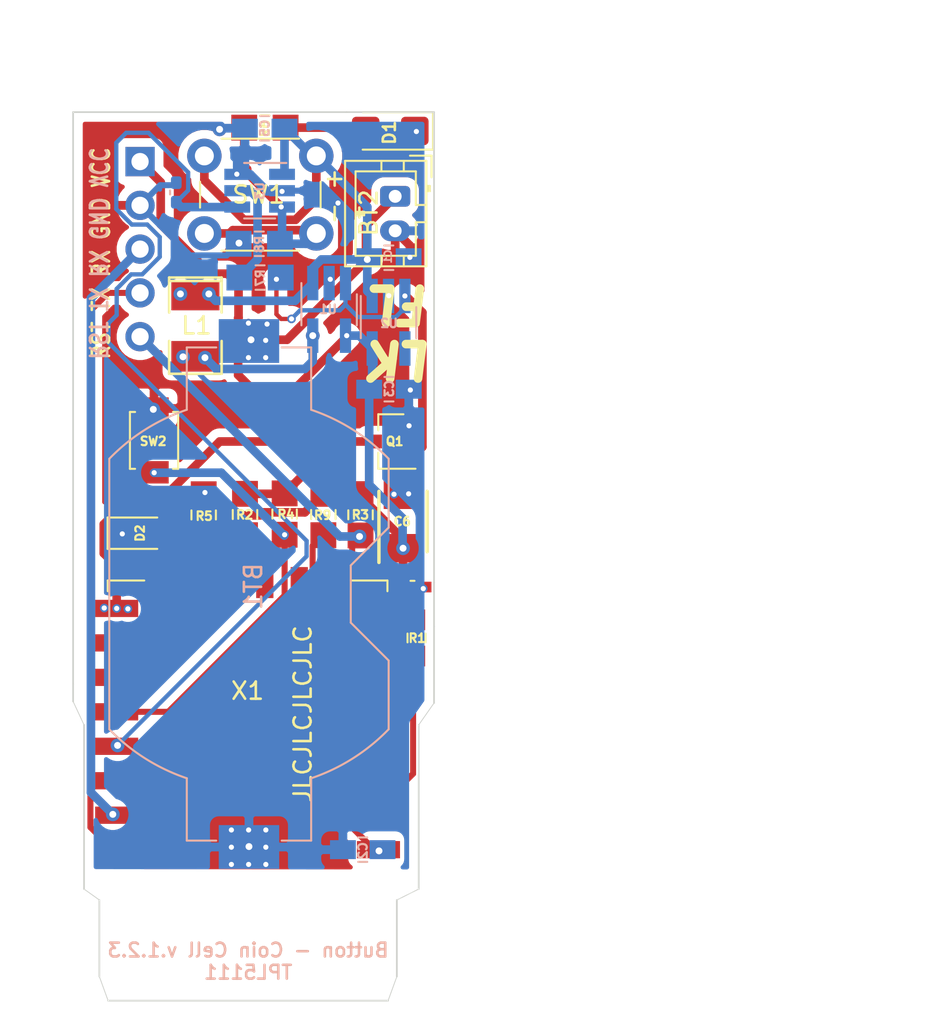
<source format=kicad_pcb>
(kicad_pcb (version 20171130) (host pcbnew "(5.1.9)-1")

  (general
    (thickness 1.6)
    (drawings 27)
    (tracks 248)
    (zones 0)
    (modules 29)
    (nets 20)
  )

  (page A4)
  (layers
    (0 F.Cu signal)
    (31 B.Cu signal)
    (32 B.Adhes user)
    (33 F.Adhes user)
    (34 B.Paste user)
    (35 F.Paste user hide)
    (36 B.SilkS user)
    (37 F.SilkS user)
    (38 B.Mask user)
    (39 F.Mask user)
    (40 Dwgs.User user)
    (41 Cmts.User user)
    (42 Eco1.User user)
    (43 Eco2.User user)
    (44 Edge.Cuts user)
    (45 Margin user)
    (46 B.CrtYd user hide)
    (47 F.CrtYd user)
    (48 B.Fab user hide)
    (49 F.Fab user)
  )

  (setup
    (last_trace_width 0.5)
    (user_trace_width 0.35)
    (user_trace_width 0.5)
    (trace_clearance 0.1)
    (zone_clearance 0.508)
    (zone_45_only no)
    (trace_min 0.2)
    (via_size 0.8)
    (via_drill 0.4)
    (via_min_size 0.4)
    (via_min_drill 0.3)
    (user_via 0.5 0.3)
    (uvia_size 0.3)
    (uvia_drill 0.1)
    (uvias_allowed no)
    (uvia_min_size 0.2)
    (uvia_min_drill 0.1)
    (edge_width 0.05)
    (segment_width 0.2)
    (pcb_text_width 0.3)
    (pcb_text_size 1.5 1.5)
    (mod_edge_width 0.12)
    (mod_text_size 1 1)
    (mod_text_width 0.15)
    (pad_size 1.524 1.524)
    (pad_drill 0.762)
    (pad_to_mask_clearance 0.051)
    (solder_mask_min_width 0.25)
    (aux_axis_origin 0 0)
    (visible_elements 7FFFFFFF)
    (pcbplotparams
      (layerselection 0x010fc_ffffffff)
      (usegerberextensions false)
      (usegerberattributes false)
      (usegerberadvancedattributes true)
      (creategerberjobfile false)
      (excludeedgelayer true)
      (linewidth 0.150000)
      (plotframeref false)
      (viasonmask false)
      (mode 1)
      (useauxorigin true)
      (hpglpennumber 1)
      (hpglpenspeed 20)
      (hpglpendiameter 15.000000)
      (psnegative false)
      (psa4output false)
      (plotreference true)
      (plotvalue true)
      (plotinvisibletext false)
      (padsonsilk false)
      (subtractmaskfromsilk false)
      (outputformat 1)
      (mirror false)
      (drillshape 0)
      (scaleselection 1)
      (outputdirectory "Gerber/"))
  )

  (net 0 "")
  (net 1 /VCC)
  (net 2 /GND)
  (net 3 /RST)
  (net 4 /RX)
  (net 5 /TX)
  (net 6 /EN)
  (net 7 /GPIO2)
  (net 8 /GPIO0)
  (net 9 "Net-(BT1-Pad1)")
  (net 10 "Net-(L1-Pad2)")
  (net 11 /GPIO15)
  (net 12 "Net-(R7-Pad2)")
  (net 13 /GPIO4)
  (net 14 "Net-(D2-Pad2)")
  (net 15 /GPIO5)
  (net 16 "Net-(D1-Pad2)")
  (net 17 "Net-(R6-Pad2)")
  (net 18 /GND_ESP)
  (net 19 "Net-(Q1-Pad1)")

  (net_class Default "This is the default net class."
    (clearance 0.1)
    (trace_width 0.25)
    (via_dia 0.8)
    (via_drill 0.4)
    (uvia_dia 0.3)
    (uvia_drill 0.1)
    (add_net /EN)
    (add_net /GND)
    (add_net /GND_ESP)
    (add_net /GPIO0)
    (add_net /GPIO15)
    (add_net /GPIO2)
    (add_net /GPIO4)
    (add_net /GPIO5)
    (add_net /RST)
    (add_net /RX)
    (add_net /TX)
    (add_net /VCC)
    (add_net "Net-(BT1-Pad1)")
    (add_net "Net-(D1-Pad2)")
    (add_net "Net-(D2-Pad2)")
    (add_net "Net-(L1-Pad2)")
    (add_net "Net-(Q1-Pad1)")
    (add_net "Net-(R6-Pad2)")
    (add_net "Net-(R7-Pad2)")
  )

  (module SamacSys_Parts:CAPPM3528X210N (layer F.Cu) (tedit 60364A5B) (tstamp 60368902)
    (at 134.72668 74.55628 90)
    (descr T495B-10)
    (tags "Capacitor Polarised")
    (path /60364975)
    (attr smd)
    (fp_text reference C6 (at 0 -0.05 180) (layer F.SilkS)
      (effects (font (size 0.5 0.5) (thickness 0.125)))
    )
    (fp_text value TAJB476M010TNJ (at 0 0 270) (layer F.SilkS) hide
      (effects (font (size 1.27 1.27) (thickness 0.254)))
    )
    (fp_text user %R (at 0 0 270) (layer F.Fab)
      (effects (font (size 1.27 1.27) (thickness 0.254)))
    )
    (fp_line (start -1.75 1.4) (end 1.75 1.4) (layer F.SilkS) (width 0.2))
    (fp_line (start 1.75 -1.4) (end -2.375 -1.4) (layer F.SilkS) (width 0.2))
    (fp_line (start -1.75 -0.575) (end -0.925 -1.4) (layer F.Fab) (width 0.1))
    (fp_line (start -1.75 1.4) (end -1.75 -1.4) (layer F.Fab) (width 0.1))
    (fp_line (start 1.75 1.4) (end -1.75 1.4) (layer F.Fab) (width 0.1))
    (fp_line (start 1.75 -1.4) (end 1.75 1.4) (layer F.Fab) (width 0.1))
    (fp_line (start -1.75 -1.4) (end 1.75 -1.4) (layer F.Fab) (width 0.1))
    (fp_line (start -2.625 1.75) (end -2.625 -1.75) (layer F.CrtYd) (width 0.05))
    (fp_line (start 2.625 1.75) (end -2.625 1.75) (layer F.CrtYd) (width 0.05))
    (fp_line (start 2.625 -1.75) (end 2.625 1.75) (layer F.CrtYd) (width 0.05))
    (fp_line (start -2.625 -1.75) (end 2.625 -1.75) (layer F.CrtYd) (width 0.05))
    (pad 2 smd rect (at 1.55 0 90) (size 1.65 2.25) (layers F.Cu F.Paste F.Mask)
      (net 2 /GND))
    (pad 1 smd rect (at -1.55 0 90) (size 1.65 2.25) (layers F.Cu F.Paste F.Mask)
      (net 1 /VCC))
    (model "C:\\Program Files\\KiCad\\SamacSys_Parts.3dshapes\\T495B476K006ATE450.stp"
      (at (xyz 0 0 0))
      (scale (xyz 1 1 1))
      (rotate (xyz 0 0 0))
    )
  )

  (module handsolder:ESP-12Elesssilk (layer F.Cu) (tedit 60343770) (tstamp 603C78EB)
    (at 125.7 90.1 180)
    (descr "Wi-Fi Module, http://wiki.ai-thinker.com/_media/esp8266/docs/aithinker_esp_12f_datasheet_en.pdf")
    (tags "Wi-Fi Module")
    (path /603C4E2A)
    (attr smd)
    (fp_text reference X1 (at 0 5.715 180) (layer F.SilkS)
      (effects (font (size 1 1) (thickness 0.15)))
    )
    (fp_text value ESP-12E (at -0.06 -12.78 180) (layer F.Fab)
      (effects (font (size 1 1) (thickness 0.15)))
    )
    (fp_text user %R (at 0.49 -0.8 180) (layer F.Fab)
      (effects (font (size 1 1) (thickness 0.15)))
    )
    (fp_text user "KEEP-OUT ZONE" (at 0.03 -9.55) (layer Cmts.User)
      (effects (font (size 1 1) (thickness 0.15)))
    )
    (fp_text user Antenna (at -0.06 -7) (layer Cmts.User)
      (effects (font (size 1 1) (thickness 0.15)))
    )
    (fp_line (start 5.56 -4.8) (end 8.12 -7.36) (layer Dwgs.User) (width 0.12))
    (fp_line (start 2.56 -4.8) (end 8.12 -10.36) (layer Dwgs.User) (width 0.12))
    (fp_line (start -0.44 -4.8) (end 6.88 -12.12) (layer Dwgs.User) (width 0.12))
    (fp_line (start -3.44 -4.8) (end 3.88 -12.12) (layer Dwgs.User) (width 0.12))
    (fp_line (start -6.44 -4.8) (end 0.88 -12.12) (layer Dwgs.User) (width 0.12))
    (fp_line (start -8.12 -6.12) (end -2.12 -12.12) (layer Dwgs.User) (width 0.12))
    (fp_line (start -8.12 -9.12) (end -5.12 -12.12) (layer Dwgs.User) (width 0.12))
    (fp_line (start -8.12 -4.8) (end -8.12 -12.12) (layer Dwgs.User) (width 0.12))
    (fp_line (start 8.12 -4.8) (end -8.12 -4.8) (layer Dwgs.User) (width 0.12))
    (fp_line (start 8.12 -12.12) (end 8.12 -4.8) (layer Dwgs.User) (width 0.12))
    (fp_line (start -8.12 -12.12) (end 8.12 -12.12) (layer Dwgs.User) (width 0.12))
    (fp_line (start -8.12 12.12) (end -8.12 11.5) (layer F.SilkS) (width 0.12))
    (fp_line (start -6 12.12) (end -8.12 12.12) (layer F.SilkS) (width 0.12))
    (fp_line (start 8.12 12.12) (end 6 12.12) (layer F.SilkS) (width 0.12))
    (fp_line (start 8.12 11.5) (end 8.12 12.12) (layer F.SilkS) (width 0.12))
    (fp_line (start -9.05 13.1) (end -9.05 -12.2) (layer F.CrtYd) (width 0.05))
    (fp_line (start 9.05 13.1) (end -9.05 13.1) (layer F.CrtYd) (width 0.05))
    (fp_line (start 9.05 -12.2) (end 9.05 13.1) (layer F.CrtYd) (width 0.05))
    (fp_line (start -9.05 -12.2) (end 9.05 -12.2) (layer F.CrtYd) (width 0.05))
    (fp_line (start -8 -4) (end -8 -12) (layer F.Fab) (width 0.12))
    (fp_line (start -7.5 -3.5) (end -8 -4) (layer F.Fab) (width 0.12))
    (fp_line (start -8 -3) (end -7.5 -3.5) (layer F.Fab) (width 0.12))
    (fp_line (start -8 12) (end -8 -3) (layer F.Fab) (width 0.12))
    (fp_line (start 8 12) (end -8 12) (layer F.Fab) (width 0.12))
    (fp_line (start 8 -12) (end 8 12) (layer F.Fab) (width 0.12))
    (fp_line (start -8 -12) (end 8 -12) (layer F.Fab) (width 0.12))
    (pad 22 smd rect (at 7.6 -3.5 180) (size 2.5 1) (layers F.Cu F.Paste F.Mask)
      (net 5 /TX))
    (pad 21 smd rect (at 7.6 -1.5 180) (size 2.5 1) (layers F.Cu F.Paste F.Mask)
      (net 4 /RX))
    (pad 20 smd rect (at 7.6 0.5 180) (size 2.5 1) (layers F.Cu F.Paste F.Mask)
      (net 15 /GPIO5))
    (pad 19 smd rect (at 7.6 2.5 180) (size 2.5 1) (layers F.Cu F.Paste F.Mask)
      (net 13 /GPIO4))
    (pad 18 smd rect (at 7.6 4.5 180) (size 2.5 1) (layers F.Cu F.Paste F.Mask)
      (net 8 /GPIO0))
    (pad 17 smd rect (at 7.6 6.5 180) (size 2.5 1) (layers F.Cu F.Paste F.Mask)
      (net 7 /GPIO2))
    (pad 16 smd rect (at 7.6 8.5 180) (size 2.5 1) (layers F.Cu F.Paste F.Mask)
      (net 11 /GPIO15))
    (pad 15 smd rect (at 7.6 10.5 180) (size 2.5 1) (layers F.Cu F.Paste F.Mask)
      (net 18 /GND_ESP))
    (pad 14 smd rect (at 5 12 180) (size 1 1.8) (layers F.Cu F.Paste F.Mask))
    (pad 13 smd rect (at 3 12 180) (size 1 1.8) (layers F.Cu F.Paste F.Mask))
    (pad 12 smd rect (at 1 12 180) (size 1 1.8) (layers F.Cu F.Paste F.Mask))
    (pad 11 smd rect (at -1 12 180) (size 1 1.8) (layers F.Cu F.Paste F.Mask))
    (pad 10 smd rect (at -3 12 180) (size 1 1.8) (layers F.Cu F.Paste F.Mask))
    (pad 9 smd rect (at -5 12 180) (size 1 1.8) (layers F.Cu F.Paste F.Mask))
    (pad 8 smd rect (at -7.6 10.5 180) (size 2.5 1) (layers F.Cu F.Paste F.Mask)
      (net 1 /VCC))
    (pad 7 smd rect (at -7.6 8.5 180) (size 2.5 1) (layers F.Cu F.Paste F.Mask))
    (pad 6 smd rect (at -7.6 6.5 180) (size 2.5 1) (layers F.Cu F.Paste F.Mask))
    (pad 5 smd rect (at -7.6 4.5 180) (size 2.5 1) (layers F.Cu F.Paste F.Mask))
    (pad 4 smd rect (at -7.6 2.5 180) (size 2.5 1) (layers F.Cu F.Paste F.Mask))
    (pad 3 smd rect (at -7.6 0.5 180) (size 2.5 1) (layers F.Cu F.Paste F.Mask)
      (net 6 /EN))
    (pad 2 smd rect (at -7.6 -1.5 180) (size 2.5 1) (layers F.Cu F.Paste F.Mask))
    (pad 1 smd rect (at -7.6 -3.5 180) (size 2.5 1) (layers F.Cu F.Paste F.Mask)
      (net 3 /RST))
    (model ${KISYS3DMOD}/RF_Module.3dshapes/ESP-12E.wrl
      (at (xyz 0 0 0))
      (scale (xyz 1 1 1))
      (rotate (xyz 0 0 0))
    )
  )

  (module handsolder:LED_0805_2012Metric_Castellated_mod (layer F.Cu) (tedit 60359125) (tstamp 6032680B)
    (at 119.4562 75.2348)
    (descr "LED SMD 0805 (2012 Metric), castellated end terminal, IPC_7351 nominal, (Body size source: https://docs.google.com/spreadsheets/d/1BsfQQcO9C6DZCsRaXUlFlo91Tg2WpOkGARC1WS5S8t0/edit?usp=sharing), generated with kicad-footprint-generator")
    (tags "LED castellated")
    (path /6032747F)
    (attr smd)
    (fp_text reference D2 (at 0 0 90) (layer F.SilkS)
      (effects (font (size 0.5 0.5) (thickness 0.125)))
    )
    (fp_text value LED (at 0 1.6 -180) (layer F.Fab)
      (effects (font (size 1 1) (thickness 0.15)))
    )
    (fp_text user %R (at 0 0 -180) (layer F.Fab)
      (effects (font (size 0.5 0.5) (thickness 0.08)))
    )
    (fp_line (start 1.88 0.9) (end -1.88 0.9) (layer F.CrtYd) (width 0.05))
    (fp_line (start 1.88 -0.9) (end 1.88 0.9) (layer F.CrtYd) (width 0.05))
    (fp_line (start -1.88 -0.9) (end 1.88 -0.9) (layer F.CrtYd) (width 0.05))
    (fp_line (start -1.88 0.9) (end -1.88 -0.9) (layer F.CrtYd) (width 0.05))
    (fp_line (start -1.885 0.91) (end 1 0.91) (layer F.SilkS) (width 0.12))
    (fp_line (start -1.885 -0.91) (end -1.885 0.91) (layer F.SilkS) (width 0.12))
    (fp_line (start 1 -0.91) (end -1.885 -0.91) (layer F.SilkS) (width 0.12))
    (fp_line (start 1 0.6) (end 1 -0.6) (layer F.Fab) (width 0.1))
    (fp_line (start -1 0.6) (end 1 0.6) (layer F.Fab) (width 0.1))
    (fp_line (start -1 -0.3) (end -1 0.6) (layer F.Fab) (width 0.1))
    (fp_line (start -0.7 -0.6) (end -1 -0.3) (layer F.Fab) (width 0.1))
    (fp_line (start 1 -0.6) (end -0.7 -0.6) (layer F.Fab) (width 0.1))
    (pad 2 smd roundrect (at 0.9625 0) (size 1.325 1.3) (layers F.Cu F.Paste F.Mask) (roundrect_rratio 0.1923076923076923)
      (net 14 "Net-(D2-Pad2)"))
    (pad 1 smd roundrect (at -0.9625 0) (size 1.325 1.3) (layers F.Cu F.Paste F.Mask) (roundrect_rratio 0.1923076923076923)
      (net 2 /GND))
    (model ${KISYS3DMOD}/LED_SMD.3dshapes/LED_0805_2012Metric_Castellated.wrl
      (at (xyz 0 0 0))
      (scale (xyz 1 1 1))
      (rotate (xyz 0 0 0))
    )
  )

  (module handsolder:LED_1206_3216Metric_Castellated (layer F.Cu) (tedit 603A8330) (tstamp 603267F8)
    (at 133.9824 51.8922 180)
    (descr "LED SMD 1206 (3216 Metric), castellated end terminal, IPC_7351 nominal, (Body size source: http://www.tortai-tech.com/upload/download/2011102023233369053.pdf), generated with kicad-footprint-generator")
    (tags "LED castellated")
    (path /602D28D1)
    (attr smd)
    (fp_text reference D1 (at 0.05 -0.1 90) (layer F.SilkS)
      (effects (font (size 0.7 0.7) (thickness 0.15)))
    )
    (fp_text value LED (at 0 1.78) (layer F.Fab)
      (effects (font (size 1 1) (thickness 0.15)))
    )
    (fp_text user %R (at 0 0) (layer F.Fab)
      (effects (font (size 0.8 0.8) (thickness 0.12)))
    )
    (fp_line (start 2.48 1.08) (end -2.48 1.08) (layer F.CrtYd) (width 0.05))
    (fp_line (start 2.48 -1.08) (end 2.48 1.08) (layer F.CrtYd) (width 0.05))
    (fp_line (start -2.48 -1.08) (end 2.48 -1.08) (layer F.CrtYd) (width 0.05))
    (fp_line (start -2.48 1.08) (end -2.48 -1.08) (layer F.CrtYd) (width 0.05))
    (fp_line (start -2.485 1.085) (end 1.6 1.085) (layer F.SilkS) (width 0.12))
    (fp_line (start -2.485 -1.085) (end -2.485 1.085) (layer F.SilkS) (width 0.12))
    (fp_line (start 1.6 -1.085) (end -2.485 -1.085) (layer F.SilkS) (width 0.12))
    (fp_line (start 1.6 0.8) (end 1.6 -0.8) (layer F.Fab) (width 0.1))
    (fp_line (start -1.6 0.8) (end 1.6 0.8) (layer F.Fab) (width 0.1))
    (fp_line (start -1.6 -0.4) (end -1.6 0.8) (layer F.Fab) (width 0.1))
    (fp_line (start -1.2 -0.8) (end -1.6 -0.4) (layer F.Fab) (width 0.1))
    (fp_line (start 1.6 -0.8) (end -1.2 -0.8) (layer F.Fab) (width 0.1))
    (pad 2 smd roundrect (at 1.425 0 180) (size 1.6 1.65) (layers F.Cu F.Paste F.Mask) (roundrect_rratio 0.15625)
      (net 16 "Net-(D1-Pad2)"))
    (pad 1 smd roundrect (at -1.425 0 180) (size 1.6 1.65) (layers F.Cu F.Paste F.Mask) (roundrect_rratio 0.15625)
      (net 2 /GND))
    (model ${KISYS3DMOD}/LED_SMD.3dshapes/LED_1206_3216Metric_Castellated.wrl
      (at (xyz 0 0 0))
      (scale (xyz 1 1 1))
      (rotate (xyz 0 0 0))
    )
  )

  (module Connector_JST:JST_PH_B2B-PH-K_1x02_P2.00mm_Vertical (layer F.Cu) (tedit 5B7745C2) (tstamp 603267B2)
    (at 134.26948 55.68696 270)
    (descr "JST PH series connector, B2B-PH-K (http://www.jst-mfg.com/product/pdf/eng/ePH.pdf), generated with kicad-footprint-generator")
    (tags "connector JST PH side entry")
    (path /602FBA1B)
    (fp_text reference BT2 (at 0.96012 1.53924 270) (layer F.SilkS)
      (effects (font (size 1 1) (thickness 0.15)))
    )
    (fp_text value Battery_Cell (at 1 4 270) (layer F.Fab)
      (effects (font (size 1 1) (thickness 0.15)))
    )
    (fp_line (start -2.06 -1.81) (end -2.06 2.91) (layer F.SilkS) (width 0.12))
    (fp_line (start -2.06 2.91) (end 4.06 2.91) (layer F.SilkS) (width 0.12))
    (fp_line (start 4.06 2.91) (end 4.06 -1.81) (layer F.SilkS) (width 0.12))
    (fp_line (start 4.06 -1.81) (end -2.06 -1.81) (layer F.SilkS) (width 0.12))
    (fp_line (start -0.3 -1.81) (end -0.3 -2.01) (layer F.SilkS) (width 0.12))
    (fp_line (start -0.3 -2.01) (end -0.6 -2.01) (layer F.SilkS) (width 0.12))
    (fp_line (start -0.6 -2.01) (end -0.6 -1.81) (layer F.SilkS) (width 0.12))
    (fp_line (start -0.3 -1.91) (end -0.6 -1.91) (layer F.SilkS) (width 0.12))
    (fp_line (start 0.5 -1.81) (end 0.5 -1.2) (layer F.SilkS) (width 0.12))
    (fp_line (start 0.5 -1.2) (end -1.45 -1.2) (layer F.SilkS) (width 0.12))
    (fp_line (start -1.45 -1.2) (end -1.45 2.3) (layer F.SilkS) (width 0.12))
    (fp_line (start -1.45 2.3) (end 3.45 2.3) (layer F.SilkS) (width 0.12))
    (fp_line (start 3.45 2.3) (end 3.45 -1.2) (layer F.SilkS) (width 0.12))
    (fp_line (start 3.45 -1.2) (end 1.5 -1.2) (layer F.SilkS) (width 0.12))
    (fp_line (start 1.5 -1.2) (end 1.5 -1.81) (layer F.SilkS) (width 0.12))
    (fp_line (start -2.06 -0.5) (end -1.45 -0.5) (layer F.SilkS) (width 0.12))
    (fp_line (start -2.06 0.8) (end -1.45 0.8) (layer F.SilkS) (width 0.12))
    (fp_line (start 4.06 -0.5) (end 3.45 -0.5) (layer F.SilkS) (width 0.12))
    (fp_line (start 4.06 0.8) (end 3.45 0.8) (layer F.SilkS) (width 0.12))
    (fp_line (start 0.9 2.3) (end 0.9 1.8) (layer F.SilkS) (width 0.12))
    (fp_line (start 0.9 1.8) (end 1.1 1.8) (layer F.SilkS) (width 0.12))
    (fp_line (start 1.1 1.8) (end 1.1 2.3) (layer F.SilkS) (width 0.12))
    (fp_line (start 1 2.3) (end 1 1.8) (layer F.SilkS) (width 0.12))
    (fp_line (start -1.11 -2.11) (end -2.36 -2.11) (layer F.SilkS) (width 0.12))
    (fp_line (start -2.36 -2.11) (end -2.36 -0.86) (layer F.SilkS) (width 0.12))
    (fp_line (start -1.11 -2.11) (end -2.36 -2.11) (layer F.Fab) (width 0.1))
    (fp_line (start -2.36 -2.11) (end -2.36 -0.86) (layer F.Fab) (width 0.1))
    (fp_line (start -1.95 -1.7) (end -1.95 2.8) (layer F.Fab) (width 0.1))
    (fp_line (start -1.95 2.8) (end 3.95 2.8) (layer F.Fab) (width 0.1))
    (fp_line (start 3.95 2.8) (end 3.95 -1.7) (layer F.Fab) (width 0.1))
    (fp_line (start 3.95 -1.7) (end -1.95 -1.7) (layer F.Fab) (width 0.1))
    (fp_line (start -2.45 -2.2) (end -2.45 3.3) (layer F.CrtYd) (width 0.05))
    (fp_line (start -2.45 3.3) (end 4.45 3.3) (layer F.CrtYd) (width 0.05))
    (fp_line (start 4.45 3.3) (end 4.45 -2.2) (layer F.CrtYd) (width 0.05))
    (fp_line (start 4.45 -2.2) (end -2.45 -2.2) (layer F.CrtYd) (width 0.05))
    (fp_text user %R (at 1 1.5 270) (layer F.Fab)
      (effects (font (size 1 1) (thickness 0.15)))
    )
    (pad 2 thru_hole oval (at 2 0 270) (size 1.2 1.75) (drill 0.75) (layers *.Cu *.Mask)
      (net 2 /GND))
    (pad 1 thru_hole roundrect (at 0 0 270) (size 1.2 1.75) (drill 0.75) (layers *.Cu *.Mask) (roundrect_rratio 0.208333)
      (net 9 "Net-(BT1-Pad1)"))
    (model ${KISYS3DMOD}/Connector_JST.3dshapes/JST_PH_B2B-PH-K_1x02_P2.00mm_Vertical.wrl
      (at (xyz 0 0 0))
      (scale (xyz 1 1 1))
      (rotate (xyz 0 0 0))
    )
  )

  (module handsolder:SMD-1210_Pol_inductor (layer F.Cu) (tedit 6037CDBB) (tstamp 60326859)
    (at 122.67 63.192 270)
    (tags "CMS SM")
    (path /602E234D)
    (attr smd)
    (fp_text reference L1 (at -0.00696 -0.0628) (layer F.SilkS)
      (effects (font (size 1 1) (thickness 0.15)))
    )
    (fp_text value "4.7 uH" (at 0 0.762 90) (layer F.Fab)
      (effects (font (size 1 1) (thickness 0.15)))
    )
    (fp_line (start -2.794 -1.524) (end -2.794 1.524) (layer F.SilkS) (width 0.15))
    (fp_line (start 0.889 1.524) (end 2.794 1.524) (layer F.SilkS) (width 0.15))
    (fp_line (start 2.794 1.524) (end 2.794 -1.524) (layer F.SilkS) (width 0.15))
    (fp_line (start 2.794 -1.524) (end 0.889 -1.524) (layer F.SilkS) (width 0.15))
    (fp_line (start -0.762 -1.524) (end -2.794 -1.524) (layer F.SilkS) (width 0.15))
    (fp_line (start -2.594 -1.524) (end -2.594 1.524) (layer F.SilkS) (width 0.15))
    (fp_line (start -2.794 1.524) (end -0.762 1.524) (layer F.SilkS) (width 0.15))
    (pad 1 smd rect (at -1.778 0 270) (size 1.778 2.794) (layers F.Cu F.Paste F.Mask)
      (net 9 "Net-(BT1-Pad1)") (zone_connect 2))
    (pad 2 smd rect (at 1.778 0 270) (size 1.778 2.794) (layers F.Cu F.Paste F.Mask)
      (net 10 "Net-(L1-Pad2)"))
    (model SMD_Packages.3dshapes/SMD-1210_Pol.wrl
      (at (xyz 0 0 0))
      (scale (xyz 0.2 0.2 0.2))
      (rotate (xyz 0 0 0))
    )
    (model ${KISYS3DMOD}/Inductor_SMD.3dshapes/L_1206_3216Metric.step
      (at (xyz 0 0 0))
      (scale (xyz 1 1 1))
      (rotate (xyz 0 0 0))
    )
    (model ${KISYS3DMOD}/Inductor_SMD.3dshapes/L_1210_3225Metric.step
      (at (xyz 0 0 0))
      (scale (xyz 1 1 1))
      (rotate (xyz 0 0 0))
    )
  )

  (module handsolder:C_0402_1005Metric_Pad0.74x0.62mm_HandSoldermod (layer F.Cu) (tedit 6036714F) (tstamp 6036CD51)
    (at 135.27532 78.359)
    (descr "Capacitor SMD 0402 (1005 Metric), square (rectangular) end terminal, IPC_7351 nominal with elongated pad for handsoldering. (Body size source: IPC-SM-782 page 76, https://www.pcb-3d.com/wordpress/wp-content/uploads/ipc-sm-782a_amendment_1_and_2.pdf), generated with kicad-footprint-generator")
    (tags "capacitor handsolder")
    (path /60368848)
    (attr smd)
    (fp_text reference C7 (at 0 0) (layer F.SilkS) hide
      (effects (font (size 0.5 0.5) (thickness 0.125)))
    )
    (fp_text value 100nF (at 0 1.16) (layer F.Fab)
      (effects (font (size 1 1) (thickness 0.15)))
    )
    (fp_line (start -0.5 0.25) (end -0.5 -0.25) (layer F.Fab) (width 0.1))
    (fp_line (start -0.5 -0.25) (end 0.5 -0.25) (layer F.Fab) (width 0.1))
    (fp_line (start 0.5 -0.25) (end 0.5 0.25) (layer F.Fab) (width 0.1))
    (fp_line (start 0.5 0.25) (end -0.5 0.25) (layer F.Fab) (width 0.1))
    (fp_line (start -0.115835 -0.36) (end 0.115835 -0.36) (layer F.SilkS) (width 0.12))
    (fp_line (start -1.08 0.46) (end -1.08 -0.46) (layer F.CrtYd) (width 0.05))
    (fp_line (start -1.08 -0.46) (end 1.08 -0.46) (layer F.CrtYd) (width 0.05))
    (fp_line (start 1.08 -0.46) (end 1.08 0.46) (layer F.CrtYd) (width 0.05))
    (fp_line (start 1.08 0.46) (end -1.08 0.46) (layer F.CrtYd) (width 0.05))
    (fp_text user %R (at 0 0) (layer F.Fab)
      (effects (font (size 0.25 0.25) (thickness 0.04)))
    )
    (pad 2 smd rect (at 0.65 0) (size 0.9 0.62) (layers F.Cu F.Paste F.Mask)
      (net 2 /GND))
    (pad 1 smd rect (at -0.65 0) (size 0.9 0.62) (layers F.Cu F.Paste F.Mask)
      (net 1 /VCC))
    (model ${KISYS3DMOD}/Capacitor_SMD.3dshapes/C_0402_1005Metric.wrl
      (at (xyz 0 0 0))
      (scale (xyz 1 1 1))
      (rotate (xyz 0 0 0))
    )
  )

  (module Capacitor_SMD:C_0402_1005Metric_Pad0.74x0.62mm_HandSolder (layer B.Cu) (tedit 60358546) (tstamp 60343163)
    (at 121.56 55.46 90)
    (descr "Capacitor SMD 0402 (1005 Metric), square (rectangular) end terminal, IPC_7351 nominal with elongated pad for handsoldering. (Body size source: IPC-SM-782 page 76, https://www.pcb-3d.com/wordpress/wp-content/uploads/ipc-sm-782a_amendment_1_and_2.pdf), generated with kicad-footprint-generator")
    (tags "capacitor handsolder")
    (path /6034B321)
    (attr smd)
    (fp_text reference C4 (at -0.015 0.665 90) (layer B.SilkS) hide
      (effects (font (size 0.4 0.4) (thickness 0.1)) (justify mirror))
    )
    (fp_text value 10nf-100nf (at 0 -1.16 270) (layer B.Fab)
      (effects (font (size 1 1) (thickness 0.15)) (justify mirror))
    )
    (fp_line (start -0.5 -0.25) (end -0.5 0.25) (layer B.Fab) (width 0.1))
    (fp_line (start -0.5 0.25) (end 0.5 0.25) (layer B.Fab) (width 0.1))
    (fp_line (start 0.5 0.25) (end 0.5 -0.25) (layer B.Fab) (width 0.1))
    (fp_line (start 0.5 -0.25) (end -0.5 -0.25) (layer B.Fab) (width 0.1))
    (fp_line (start -0.115835 -0.36) (end 0.115835 -0.36) (layer B.SilkS) (width 0.12))
    (fp_line (start -1.08 -0.46) (end -1.08 0.46) (layer B.CrtYd) (width 0.05))
    (fp_line (start -1.08 0.46) (end 1.08 0.46) (layer B.CrtYd) (width 0.05))
    (fp_line (start 1.08 0.46) (end 1.08 -0.46) (layer B.CrtYd) (width 0.05))
    (fp_line (start 1.08 -0.46) (end -1.08 -0.46) (layer B.CrtYd) (width 0.05))
    (fp_text user %R (at 0 0 270) (layer F.Fab)
      (effects (font (size 0.25 0.25) (thickness 0.04)))
    )
    (pad 2 smd roundrect (at 0.5675 0 90) (size 0.735 0.62) (layers B.Cu B.Paste B.Mask) (roundrect_rratio 0.25)
      (net 2 /GND))
    (pad 1 smd roundrect (at -0.5675 0 90) (size 0.735 0.62) (layers B.Cu B.Paste B.Mask) (roundrect_rratio 0.25)
      (net 13 /GPIO4))
    (model ${KISYS3DMOD}/Capacitor_SMD.3dshapes/C_0402_1005Metric.wrl
      (at (xyz 0 0 0))
      (scale (xyz 1 1 1))
      (rotate (xyz 0 0 0))
    )
  )

  (module Package_TO_SOT_SMD:SOT-23 (layer F.Cu) (tedit 5A02FF57) (tstamp 60357853)
    (at 134.0485 69.9135 180)
    (descr "SOT-23, Standard")
    (tags SOT-23)
    (path /6036A4FF)
    (attr smd)
    (fp_text reference Q1 (at -0.1905 0.00762) (layer F.SilkS)
      (effects (font (size 0.5 0.5) (thickness 0.125)))
    )
    (fp_text value mmbt222 (at 0 2.5) (layer F.Fab)
      (effects (font (size 1 1) (thickness 0.15)))
    )
    (fp_line (start -0.7 -0.95) (end -0.7 1.5) (layer F.Fab) (width 0.1))
    (fp_line (start -0.15 -1.52) (end 0.7 -1.52) (layer F.Fab) (width 0.1))
    (fp_line (start -0.7 -0.95) (end -0.15 -1.52) (layer F.Fab) (width 0.1))
    (fp_line (start 0.7 -1.52) (end 0.7 1.52) (layer F.Fab) (width 0.1))
    (fp_line (start -0.7 1.52) (end 0.7 1.52) (layer F.Fab) (width 0.1))
    (fp_line (start 0.76 1.58) (end 0.76 0.65) (layer F.SilkS) (width 0.12))
    (fp_line (start 0.76 -1.58) (end 0.76 -0.65) (layer F.SilkS) (width 0.12))
    (fp_line (start -1.7 -1.75) (end 1.7 -1.75) (layer F.CrtYd) (width 0.05))
    (fp_line (start 1.7 -1.75) (end 1.7 1.75) (layer F.CrtYd) (width 0.05))
    (fp_line (start 1.7 1.75) (end -1.7 1.75) (layer F.CrtYd) (width 0.05))
    (fp_line (start -1.7 1.75) (end -1.7 -1.75) (layer F.CrtYd) (width 0.05))
    (fp_line (start 0.76 -1.58) (end -1.4 -1.58) (layer F.SilkS) (width 0.12))
    (fp_line (start 0.76 1.58) (end -0.7 1.58) (layer F.SilkS) (width 0.12))
    (fp_text user %R (at 0 0 90) (layer F.Fab)
      (effects (font (size 0.5 0.5) (thickness 0.075)))
    )
    (pad 3 smd rect (at 1 0 180) (size 0.9 0.8) (layers F.Cu F.Paste F.Mask)
      (net 18 /GND_ESP))
    (pad 2 smd rect (at -1 0.95 180) (size 0.9 0.8) (layers F.Cu F.Paste F.Mask)
      (net 2 /GND))
    (pad 1 smd rect (at -1 -0.95 180) (size 0.9 0.8) (layers F.Cu F.Paste F.Mask)
      (net 19 "Net-(Q1-Pad1)"))
    (model ${KISYS3DMOD}/Package_TO_SOT_SMD.3dshapes/SOT-23.wrl
      (at (xyz 0 0 0))
      (scale (xyz 1 1 1))
      (rotate (xyz 0 0 0))
    )
  )

  (module handsolder:R_0603_1608Metric_Pad0.98x0.95mm_HandSolder_mod (layer F.Cu) (tedit 603556D4) (tstamp 60356131)
    (at 135.509 81.314 90)
    (descr "Resistor SMD 0603 (1608 Metric), square (rectangular) end terminal, IPC_7351 nominal with elongated pad for handsoldering. (Body size source: IPC-SM-782 page 72, https://www.pcb-3d.com/wordpress/wp-content/uploads/ipc-sm-782a_amendment_1_and_2.pdf), generated with kicad-footprint-generator")
    (tags "resistor handsolder")
    (path /60362DCD)
    (attr smd)
    (fp_text reference R1 (at -0.01172 0.03556) (layer F.SilkS)
      (effects (font (size 0.5 0.5) (thickness 0.125)))
    )
    (fp_text value 10k (at 0 1.43 90) (layer F.Fab)
      (effects (font (size 1 1) (thickness 0.15)))
    )
    (fp_line (start -0.8 0.4125) (end -0.8 -0.4125) (layer F.Fab) (width 0.1))
    (fp_line (start -0.8 -0.4125) (end 0.8 -0.4125) (layer F.Fab) (width 0.1))
    (fp_line (start 0.8 -0.4125) (end 0.8 0.4125) (layer F.Fab) (width 0.1))
    (fp_line (start 0.8 0.4125) (end -0.8 0.4125) (layer F.Fab) (width 0.1))
    (fp_line (start -0.254724 -0.5225) (end 0.254724 -0.5225) (layer F.SilkS) (width 0.12))
    (fp_line (start -0.254724 0.5225) (end 0.254724 0.5225) (layer F.SilkS) (width 0.12))
    (fp_line (start -1.65 0.73) (end -1.65 -0.73) (layer F.CrtYd) (width 0.05))
    (fp_line (start -1.65 -0.73) (end 1.65 -0.73) (layer F.CrtYd) (width 0.05))
    (fp_line (start 1.65 -0.73) (end 1.65 0.73) (layer F.CrtYd) (width 0.05))
    (fp_line (start 1.65 0.73) (end -1.65 0.73) (layer F.CrtYd) (width 0.05))
    (fp_text user %R (at 0 0 90) (layer F.Fab)
      (effects (font (size 0.4 0.4) (thickness 0.06)))
    )
    (pad 2 smd rect (at 1.05 0 90) (size 1.2 1) (layers F.Cu F.Paste F.Mask)
      (net 1 /VCC))
    (pad 1 smd rect (at -1.05 0 90) (size 1.2 1) (layers F.Cu F.Paste F.Mask)
      (net 6 /EN))
    (model ${KISYS3DMOD}/Resistor_SMD.3dshapes/R_0603_1608Metric.wrl
      (at (xyz 0 0 0))
      (scale (xyz 1 1 1))
      (rotate (xyz 0 0 0))
    )
  )

  (module handsolder:SW_SPST_B3U-1000P_mod (layer F.Cu) (tedit 60353A91) (tstamp 6032692A)
    (at 120.269 69.85 90)
    (descr "Ultra-small-sized Tactile Switch with High Contact Reliability, Top-actuated Model, without Ground Terminal, without Boss")
    (tags "Tactile Switch")
    (path /602CDBD4)
    (attr smd)
    (fp_text reference SW2 (at -0.05 -0.05) (layer F.SilkS)
      (effects (font (size 0.5 0.5) (thickness 0.125)))
    )
    (fp_text value SW_Push (at 0 2.5 90) (layer F.Fab)
      (effects (font (size 1 1) (thickness 0.15)))
    )
    (fp_circle (center 0 0) (end 0.75 0) (layer F.Fab) (width 0.1))
    (fp_line (start -1.5 1.25) (end -1.5 -1.25) (layer F.Fab) (width 0.1))
    (fp_line (start 1.5 1.25) (end -1.5 1.25) (layer F.Fab) (width 0.1))
    (fp_line (start 1.5 -1.25) (end 1.5 1.25) (layer F.Fab) (width 0.1))
    (fp_line (start -1.5 -1.25) (end 1.5 -1.25) (layer F.Fab) (width 0.1))
    (fp_line (start 1.65 -1.4) (end 1.65 -1.1) (layer F.SilkS) (width 0.12))
    (fp_line (start -1.65 -1.4) (end 1.65 -1.4) (layer F.SilkS) (width 0.12))
    (fp_line (start -1.65 -1.1) (end -1.65 -1.4) (layer F.SilkS) (width 0.12))
    (fp_line (start 1.65 1.4) (end 1.65 1.1) (layer F.SilkS) (width 0.12))
    (fp_line (start -1.65 1.4) (end 1.65 1.4) (layer F.SilkS) (width 0.12))
    (fp_line (start -1.65 1.1) (end -1.65 1.4) (layer F.SilkS) (width 0.12))
    (fp_line (start -2.5 -1.65) (end -2.5 1.65) (layer F.CrtYd) (width 0.05))
    (fp_line (start 2.5 -1.65) (end -2.5 -1.65) (layer F.CrtYd) (width 0.05))
    (fp_line (start 2.5 1.65) (end 2.5 -1.65) (layer F.CrtYd) (width 0.05))
    (fp_line (start -2.5 1.65) (end 2.5 1.65) (layer F.CrtYd) (width 0.05))
    (fp_text user %R (at 0 -2.5 90) (layer F.Fab)
      (effects (font (size 1 1) (thickness 0.15)))
    )
    (pad 2 smd rect (at 1.85 0 90) (size 1.3 1.7) (layers F.Cu F.Paste F.Mask)
      (net 2 /GND))
    (pad 1 smd rect (at -1.85 0 90) (size 1.3 1.7) (layers F.Cu F.Paste F.Mask)
      (net 8 /GPIO0))
    (model ${KISYS3DMOD}/Button_Switch_SMD.3dshapes/SW_SPST_B3U-1000P.wrl
      (at (xyz 0 0 0))
      (scale (xyz 1 1 1))
      (rotate (xyz 0 0 0))
    )
  )

  (module handsolder:SW_PUSH_6mm_H8mm_mod (layer F.Cu) (tedit 60353762) (tstamp 60326911)
    (at 123.19 53.34)
    (descr "tactile push button, 6x6mm e.g. PHAP33xx series, height=8mm")
    (tags "tact sw push 6mm")
    (path /602CFCB7)
    (fp_text reference SW1 (at 3.15 2.25) (layer F.SilkS)
      (effects (font (size 1 1) (thickness 0.15)))
    )
    (fp_text value SW_Push (at 3.75 6.7) (layer F.Fab)
      (effects (font (size 1 1) (thickness 0.15)))
    )
    (fp_circle (center 3.25 2.25) (end 1.25 2.5) (layer F.Fab) (width 0.1))
    (fp_line (start 6.75 3) (end 6.75 1.5) (layer F.SilkS) (width 0.12))
    (fp_line (start 5.5 -1) (end 1 -1) (layer F.SilkS) (width 0.12))
    (fp_line (start -0.25 1.5) (end -0.25 3) (layer F.SilkS) (width 0.12))
    (fp_line (start 1 5.5) (end 5.5 5.5) (layer F.SilkS) (width 0.12))
    (fp_line (start 8 -1.25) (end 8 5.75) (layer F.CrtYd) (width 0.05))
    (fp_line (start 7.75 6) (end -1.25 6) (layer F.CrtYd) (width 0.05))
    (fp_line (start -1.5 5.75) (end -1.5 -1.25) (layer F.CrtYd) (width 0.05))
    (fp_line (start -1.25 -1.5) (end 7.75 -1.5) (layer F.CrtYd) (width 0.05))
    (fp_line (start -1.5 6) (end -1.25 6) (layer F.CrtYd) (width 0.05))
    (fp_line (start -1.5 5.75) (end -1.5 6) (layer F.CrtYd) (width 0.05))
    (fp_line (start -1.5 -1.5) (end -1.25 -1.5) (layer F.CrtYd) (width 0.05))
    (fp_line (start -1.5 -1.25) (end -1.5 -1.5) (layer F.CrtYd) (width 0.05))
    (fp_line (start 8 -1.5) (end 8 -1.25) (layer F.CrtYd) (width 0.05))
    (fp_line (start 7.75 -1.5) (end 8 -1.5) (layer F.CrtYd) (width 0.05))
    (fp_line (start 8 6) (end 8 5.75) (layer F.CrtYd) (width 0.05))
    (fp_line (start 7.75 6) (end 8 6) (layer F.CrtYd) (width 0.05))
    (fp_line (start 0.25 -0.75) (end 3.25 -0.75) (layer F.Fab) (width 0.1))
    (fp_line (start 0.25 5.25) (end 0.25 -0.75) (layer F.Fab) (width 0.1))
    (fp_line (start 6.25 5.25) (end 0.25 5.25) (layer F.Fab) (width 0.1))
    (fp_line (start 6.25 -0.75) (end 6.25 5.25) (layer F.Fab) (width 0.1))
    (fp_line (start 3.25 -0.75) (end 6.25 -0.75) (layer F.Fab) (width 0.1))
    (fp_text user %R (at 3.25 2.25) (layer F.Fab)
      (effects (font (size 1 1) (thickness 0.15)))
    )
    (pad 1 thru_hole circle (at 6.5 0 90) (size 2 2) (drill 1.1) (layers *.Cu *.Mask)
      (net 9 "Net-(BT1-Pad1)"))
    (pad 2 thru_hole circle (at 6.5 4.5 90) (size 2 2) (drill 1.1) (layers *.Cu *.Mask)
      (net 17 "Net-(R6-Pad2)"))
    (pad 1 thru_hole circle (at 0 0 90) (size 2 2) (drill 1.1) (layers *.Cu *.Mask)
      (net 9 "Net-(BT1-Pad1)"))
    (pad 2 thru_hole circle (at 0 4.5 90) (size 2 2) (drill 1.1) (layers *.Cu *.Mask)
      (net 17 "Net-(R6-Pad2)"))
    (model ${KISYS3DMOD}/Button_Switch_THT.3dshapes/SW_PUSH_6mm_H8mm.wrl
      (at (xyz 0 0 0))
      (scale (xyz 1 1 1))
      (rotate (xyz 0 0 0))
    )
  )

  (module handsolder:PinSocket_1x05_P2.54mm_Vertical_mod (layer F.Cu) (tedit 603537B0) (tstamp 60326824)
    (at 119.4562 53.6702)
    (descr "Through hole straight socket strip, 1x05, 2.54mm pitch, single row (from Kicad 4.0.7), script generated")
    (tags "Through hole socket strip THT 1x05 2.54mm single row")
    (path /60301345)
    (fp_text reference J1 (at 0 -2.77) (layer F.SilkS) hide
      (effects (font (size 1 1) (thickness 0.15)))
    )
    (fp_text value Conn_01x05_Female (at 0 12.93) (layer F.Fab)
      (effects (font (size 1 1) (thickness 0.15)))
    )
    (fp_line (start -1.8 11.9) (end -1.8 -1.8) (layer F.CrtYd) (width 0.05))
    (fp_line (start 1.75 11.9) (end -1.8 11.9) (layer F.CrtYd) (width 0.05))
    (fp_line (start 1.75 -1.8) (end 1.75 11.9) (layer F.CrtYd) (width 0.05))
    (fp_line (start -1.8 -1.8) (end 1.75 -1.8) (layer F.CrtYd) (width 0.05))
    (fp_line (start -1.27 11.43) (end -1.27 -1.27) (layer F.Fab) (width 0.1))
    (fp_line (start 1.27 11.43) (end -1.27 11.43) (layer F.Fab) (width 0.1))
    (fp_line (start 1.27 -0.635) (end 1.27 11.43) (layer F.Fab) (width 0.1))
    (fp_line (start 0.635 -1.27) (end 1.27 -0.635) (layer F.Fab) (width 0.1))
    (fp_line (start -1.27 -1.27) (end 0.635 -1.27) (layer F.Fab) (width 0.1))
    (fp_text user %R (at 0 5.08 90) (layer F.Fab)
      (effects (font (size 1 1) (thickness 0.15)))
    )
    (pad 5 thru_hole oval (at 0 10.16) (size 1.7 1.7) (drill 1) (layers *.Cu *.Mask)
      (net 3 /RST))
    (pad 4 thru_hole oval (at 0 7.62) (size 1.7 1.7) (drill 1) (layers *.Cu *.Mask)
      (net 5 /TX))
    (pad 3 thru_hole oval (at 0 5.08) (size 1.7 1.7) (drill 1) (layers *.Cu *.Mask)
      (net 4 /RX))
    (pad 2 thru_hole oval (at 0 2.54) (size 1.7 1.7) (drill 1) (layers *.Cu *.Mask)
      (net 2 /GND))
    (pad 1 thru_hole rect (at 0 0) (size 1.7 1.7) (drill 1) (layers *.Cu *.Mask)
      (net 1 /VCC))
    (model ${KISYS3DMOD}/Connector_PinSocket_2.54mm.3dshapes/PinSocket_1x05_P2.54mm_Vertical.wrl
      (at (xyz 0 0 0))
      (scale (xyz 1 1 1))
      (rotate (xyz 0 0 0))
    )
  )

  (module handsolder:C_0805_2012handsodermod (layer B.Cu) (tedit 60004493) (tstamp 6034EF3D)
    (at 126.69256 51.7338 180)
    (descr "Capacitor SMD 0805 (2012 Metric), square (rectangular) end terminal, IPC_7351 nominal with elongated pad for handsoldering. (Body size source: https://docs.google.com/spreadsheets/d/1BsfQQcO9C6DZCsRaXUlFlo91Tg2WpOkGARC1WS5S8t0/edit?usp=sharing), generated with kicad-footprint-generator")
    (tags "capacitor handsolder")
    (path /6034F848)
    (attr smd)
    (fp_text reference C5 (at -0.00264 -0.00092 270) (layer B.SilkS)
      (effects (font (size 0.5 0.5) (thickness 0.125)) (justify mirror))
    )
    (fp_text value 100nF (at 0 -1.65 180) (layer B.Fab) hide
      (effects (font (size 1 1) (thickness 0.15)) (justify mirror))
    )
    (fp_line (start -1 -0.6) (end -1 0.6) (layer B.Fab) (width 0.1))
    (fp_line (start -1 0.6) (end 1 0.6) (layer B.Fab) (width 0.1))
    (fp_line (start 1 0.6) (end 1 -0.6) (layer B.Fab) (width 0.1))
    (fp_line (start 1 -0.6) (end -1 -0.6) (layer B.Fab) (width 0.1))
    (fp_line (start -0.261252 0.71) (end 0.261252 0.71) (layer B.SilkS) (width 0.12))
    (fp_line (start -0.261252 -0.71) (end 0.261252 -0.71) (layer B.SilkS) (width 0.12))
    (fp_line (start -2 -0.95) (end -2 0.95) (layer B.CrtYd) (width 0.05))
    (fp_line (start -2 0.95) (end 2.05 0.95) (layer B.CrtYd) (width 0.05))
    (fp_line (start 2.05 0.95) (end 2.05 -0.95) (layer B.CrtYd) (width 0.05))
    (fp_line (start 2.05 -0.95) (end -2 -0.95) (layer B.CrtYd) (width 0.05))
    (fp_text user %R (at 0 0 180) (layer B.Fab)
      (effects (font (size 0.5 0.5) (thickness 0.08)) (justify mirror))
    )
    (pad 2 smd rect (at 1.15 0 180) (size 1.5 1.1) (layers B.Cu B.Paste B.Mask)
      (net 2 /GND))
    (pad 1 smd rect (at -1.15 0 180) (size 1.5 1.1) (layers B.Cu B.Paste B.Mask)
      (net 9 "Net-(BT1-Pad1)"))
    (model ${KISYS3DMOD}/Capacitor_SMD.3dshapes/C_0805_2012Metric.wrl
      (at (xyz 0 0 0))
      (scale (xyz 1 1 1))
      (rotate (xyz 0 0 0))
    )
  )

  (module handsolder:SOT-23-5_HandSolderingmod (layer B.Cu) (tedit 60023824) (tstamp 60329F06)
    (at 130.43408 62.27064 270)
    (descr "5-pin SOT23 package")
    (tags "SOT-23-5 hand-soldering")
    (path /6033543B)
    (attr smd)
    (fp_text reference U1 (at -0.03048 0.05588 180) (layer B.SilkS)
      (effects (font (size 0.5 0.5) (thickness 0.125)) (justify mirror))
    )
    (fp_text value TPS61097A (at 10.287 -1.143 270) (layer B.SilkS) hide
      (effects (font (size 1 1) (thickness 0.15)) (justify mirror))
    )
    (fp_line (start 2.38 -1.8) (end -2.38 -1.8) (layer B.CrtYd) (width 0.05))
    (fp_line (start 2.38 -1.8) (end 2.38 1.8) (layer B.CrtYd) (width 0.05))
    (fp_line (start -2.38 1.8) (end -2.38 -1.8) (layer B.CrtYd) (width 0.05))
    (fp_line (start -2.38 1.8) (end 2.38 1.8) (layer B.CrtYd) (width 0.05))
    (fp_line (start 0.9 1.55) (end 0.9 -1.55) (layer B.Fab) (width 0.1))
    (fp_line (start 0.9 -1.55) (end -0.9 -1.55) (layer B.Fab) (width 0.1))
    (fp_line (start -0.9 0.9) (end -0.9 -1.55) (layer B.Fab) (width 0.1))
    (fp_line (start 0.9 1.55) (end -0.25 1.55) (layer B.Fab) (width 0.1))
    (fp_line (start -0.9 0.9) (end -0.25 1.55) (layer B.Fab) (width 0.1))
    (fp_line (start 0.9 1.61) (end -1.55 1.61) (layer B.SilkS) (width 0.12))
    (fp_line (start -0.9 -1.61) (end 0.9 -1.61) (layer B.SilkS) (width 0.12))
    (fp_text user %R (at 0 0) (layer B.Fab)
      (effects (font (size 0.5 0.5) (thickness 0.075)) (justify mirror))
    )
    (pad 5 smd rect (at 1.5 0.95 270) (size 2 0.65) (layers B.Cu B.Paste B.Mask)
      (net 10 "Net-(L1-Pad2)"))
    (pad 4 smd rect (at 1.5 -0.95 270) (size 2 0.65) (layers B.Cu B.Paste B.Mask)
      (net 1 /VCC))
    (pad 3 smd rect (at -1.55 -0.95 270) (size 2 0.65) (layers B.Cu B.Paste B.Mask)
      (net 19 "Net-(Q1-Pad1)"))
    (pad 2 smd trapezoid (at -1.55 0 270) (size 2 0.65) (layers B.Cu B.Paste B.Mask)
      (net 2 /GND))
    (pad 1 smd rect (at -1.55 0.95 270) (size 2 0.65) (layers B.Cu B.Paste B.Mask)
      (net 9 "Net-(BT1-Pad1)"))
    (model ${KISYS3DMOD}/Package_TO_SOT_SMD.3dshapes/SOT-23-5.wrl
      (at (xyz 0 0 0))
      (scale (xyz 1 1 1))
      (rotate (xyz 0 0 0))
    )
  )

  (module handsolder:C_0805_2012handsodermod (layer B.Cu) (tedit 60326176) (tstamp 603267C3)
    (at 133.9 59.25 180)
    (descr "Capacitor SMD 0805 (2012 Metric), square (rectangular) end terminal, IPC_7351 nominal with elongated pad for handsoldering. (Body size source: https://docs.google.com/spreadsheets/d/1BsfQQcO9C6DZCsRaXUlFlo91Tg2WpOkGARC1WS5S8t0/edit?usp=sharing), generated with kicad-footprint-generator")
    (tags "capacitor handsolder")
    (path /602D0C1F)
    (attr smd)
    (fp_text reference C1 (at 0.042 0.068 270) (layer B.SilkS)
      (effects (font (size 0.4 0.4) (thickness 0.1)) (justify mirror))
    )
    (fp_text value 10uF (at 0 -1.65 180) (layer B.Fab) hide
      (effects (font (size 1 1) (thickness 0.15)) (justify mirror))
    )
    (fp_line (start 2.05 -0.85) (end -2 -0.85) (layer B.CrtYd) (width 0.05))
    (fp_line (start 2.05 0.85) (end 2.05 -0.85) (layer B.CrtYd) (width 0.05))
    (fp_line (start -2 0.85) (end 2.05 0.85) (layer B.CrtYd) (width 0.05))
    (fp_line (start -2 -0.85) (end -2 0.85) (layer B.CrtYd) (width 0.05))
    (fp_line (start -0.261252 -0.71) (end 0.261252 -0.71) (layer B.SilkS) (width 0.12))
    (fp_line (start -0.261252 0.71) (end 0.261252 0.71) (layer B.SilkS) (width 0.12))
    (fp_line (start 1 -0.6) (end -1 -0.6) (layer B.Fab) (width 0.1))
    (fp_line (start 1 0.6) (end 1 -0.6) (layer B.Fab) (width 0.1))
    (fp_line (start -1 0.6) (end 1 0.6) (layer B.Fab) (width 0.1))
    (fp_line (start -1 -0.6) (end -1 0.6) (layer B.Fab) (width 0.1))
    (fp_text user %R (at 0 0 180) (layer B.Fab)
      (effects (font (size 0.5 0.5) (thickness 0.08)) (justify mirror))
    )
    (pad 2 smd rect (at 1.15 0 180) (size 1.5 1.1) (layers B.Cu B.Paste B.Mask)
      (net 9 "Net-(BT1-Pad1)"))
    (pad 1 smd rect (at -1.15 0 180) (size 1.5 1.1) (layers B.Cu B.Paste B.Mask)
      (net 2 /GND))
    (model ${KISYS3DMOD}/Capacitor_SMD.3dshapes/C_0805_2012Metric.wrl
      (at (xyz 0 0 0))
      (scale (xyz 1 1 1))
      (rotate (xyz 0 0 0))
    )
  )

  (module handsolder:SOT-23-6handsoldering (layer B.Cu) (tedit 600C9A10) (tstamp 6032696B)
    (at 126.4 55.36 180)
    (descr "6-pin SOT-23 package")
    (tags SOT-23-6)
    (path /6031B6A7)
    (attr smd)
    (fp_text reference U3 (at -0.02088 -0.012 270) (layer B.SilkS)
      (effects (font (size 0.5 0.5) (thickness 0.125)) (justify mirror))
    )
    (fp_text value TPL5111 (at 0 -2.9) (layer B.Fab)
      (effects (font (size 1 1) (thickness 0.15)) (justify mirror))
    )
    (fp_line (start 0.9 1.55) (end 0.9 -1.55) (layer B.Fab) (width 0.1))
    (fp_line (start 0.9 -1.55) (end -0.9 -1.55) (layer B.Fab) (width 0.1))
    (fp_line (start -0.9 0.9) (end -0.9 -1.55) (layer B.Fab) (width 0.1))
    (fp_line (start 0.9 1.55) (end -0.25 1.55) (layer B.Fab) (width 0.1))
    (fp_line (start -0.9 0.9) (end -0.25 1.55) (layer B.Fab) (width 0.1))
    (fp_line (start -1.9 1.8) (end -1.9 -1.8) (layer B.CrtYd) (width 0.05))
    (fp_line (start -1.9 -1.8) (end 1.9 -1.8) (layer B.CrtYd) (width 0.05))
    (fp_line (start 1.9 -1.8) (end 1.9 1.8) (layer B.CrtYd) (width 0.05))
    (fp_line (start 1.9 1.8) (end -1.9 1.8) (layer B.CrtYd) (width 0.05))
    (fp_line (start 0.9 1.61) (end -1.55 1.61) (layer B.SilkS) (width 0.12))
    (fp_line (start -0.9 -1.61) (end 0.9 -1.61) (layer B.SilkS) (width 0.12))
    (fp_text user %R (at 0 0 90) (layer B.Fab)
      (effects (font (size 0.5 0.5) (thickness 0.075)) (justify mirror))
    )
    (pad 5 smd rect (at 1.3 0 180) (size 1.5 0.65) (layers B.Cu B.Paste B.Mask)
      (net 12 "Net-(R7-Pad2)"))
    (pad 6 smd rect (at 1.3 0.95 180) (size 1.5 0.65) (layers B.Cu B.Paste B.Mask)
      (net 2 /GND))
    (pad 4 smd rect (at 1.3 -0.95 180) (size 1.5 0.65) (layers B.Cu B.Paste B.Mask)
      (net 13 /GPIO4))
    (pad 3 smd rect (at -1.3 -0.95 180) (size 1.5 0.65) (layers B.Cu B.Paste B.Mask)
      (net 17 "Net-(R6-Pad2)"))
    (pad 2 smd rect (at -1.3 0 180) (size 1.5 0.65) (layers B.Cu B.Paste B.Mask)
      (net 2 /GND))
    (pad 1 smd rect (at -1.3 0.95 180) (size 1.5 0.65) (layers B.Cu B.Paste B.Mask)
      (net 9 "Net-(BT1-Pad1)"))
    (model ${KISYS3DMOD}/Package_TO_SOT_SMD.3dshapes/SOT-23-6.wrl
      (at (xyz 0 0 0))
      (scale (xyz 1 1 1))
      (rotate (xyz 0 0 0))
    )
  )

  (module handsolder:SOT-23-5_HandSolderingmod (layer B.Cu) (tedit 60023824) (tstamp 60326955)
    (at 133.8834 63.0174 270)
    (descr "5-pin SOT23 package")
    (tags "SOT-23-5 hand-soldering")
    (path /602F5FBE)
    (attr smd)
    (fp_text reference U2 (at 0.03556 -0.03048) (layer B.SilkS)
      (effects (font (size 0.5 0.5) (thickness 0.125)) (justify mirror))
    )
    (fp_text value AP2112K-3.3 (at 7.62 -1.27 270) (layer B.SilkS) hide
      (effects (font (size 1 1) (thickness 0.15)) (justify mirror))
    )
    (fp_line (start 2.38 -1.8) (end -2.38 -1.8) (layer B.CrtYd) (width 0.05))
    (fp_line (start 2.38 -1.8) (end 2.38 1.8) (layer B.CrtYd) (width 0.05))
    (fp_line (start -2.38 1.8) (end -2.38 -1.8) (layer B.CrtYd) (width 0.05))
    (fp_line (start -2.38 1.8) (end 2.38 1.8) (layer B.CrtYd) (width 0.05))
    (fp_line (start 0.9 1.55) (end 0.9 -1.55) (layer B.Fab) (width 0.1))
    (fp_line (start 0.9 -1.55) (end -0.9 -1.55) (layer B.Fab) (width 0.1))
    (fp_line (start -0.9 0.9) (end -0.9 -1.55) (layer B.Fab) (width 0.1))
    (fp_line (start 0.9 1.55) (end -0.25 1.55) (layer B.Fab) (width 0.1))
    (fp_line (start -0.9 0.9) (end -0.25 1.55) (layer B.Fab) (width 0.1))
    (fp_line (start 0.9 1.61) (end -1.55 1.61) (layer B.SilkS) (width 0.12))
    (fp_line (start -0.9 -1.61) (end 0.9 -1.61) (layer B.SilkS) (width 0.12))
    (fp_text user %R (at 0 0) (layer B.Fab)
      (effects (font (size 0.5 0.5) (thickness 0.075)) (justify mirror))
    )
    (pad 5 smd rect (at 1.5 0.95 270) (size 2 0.65) (layers B.Cu B.Paste B.Mask)
      (net 1 /VCC))
    (pad 4 smd rect (at 1.5 -0.95 270) (size 2 0.65) (layers B.Cu B.Paste B.Mask))
    (pad 3 smd rect (at -1.55 -0.95 270) (size 2 0.65) (layers B.Cu B.Paste B.Mask)
      (net 19 "Net-(Q1-Pad1)"))
    (pad 2 smd trapezoid (at -1.55 0 270) (size 2 0.65) (layers B.Cu B.Paste B.Mask)
      (net 2 /GND))
    (pad 1 smd rect (at -1.55 0.95 270) (size 2 0.65) (layers B.Cu B.Paste B.Mask)
      (net 9 "Net-(BT1-Pad1)"))
    (model ${KISYS3DMOD}/Package_TO_SOT_SMD.3dshapes/SOT-23-5.wrl
      (at (xyz 0 0 0))
      (scale (xyz 1 1 1))
      (rotate (xyz 0 0 0))
    )
  )

  (module handsolder:R_0805_2012handsoldermod (layer F.Cu) (tedit 60004565) (tstamp 603268F2)
    (at 130.1 74.15 270)
    (descr "Resistor SMD 0805 (2012 Metric), square (rectangular) end terminal, IPC_7351 nominal with elongated pad for handsoldering. (Body size source: https://docs.google.com/spreadsheets/d/1BsfQQcO9C6DZCsRaXUlFlo91Tg2WpOkGARC1WS5S8t0/edit?usp=sharing), generated with kicad-footprint-generator")
    (tags "resistor handsolder")
    (path /60325E7B)
    (attr smd)
    (fp_text reference R9 (at 0.04064 0.04572) (layer F.SilkS)
      (effects (font (size 0.5 0.5) (thickness 0.125)))
    )
    (fp_text value 1k (at 0 1.65 270) (layer F.Fab) hide
      (effects (font (size 1 1) (thickness 0.15)))
    )
    (fp_line (start 2.05 0.95) (end -2.05 0.95) (layer F.CrtYd) (width 0.05))
    (fp_line (start 2.05 -0.95) (end 2.05 0.95) (layer F.CrtYd) (width 0.05))
    (fp_line (start -2.05 -0.95) (end 2.05 -0.95) (layer F.CrtYd) (width 0.05))
    (fp_line (start -2.05 0.95) (end -2.05 -0.95) (layer F.CrtYd) (width 0.05))
    (fp_line (start -0.261252 0.71) (end 0.261252 0.71) (layer F.SilkS) (width 0.12))
    (fp_line (start -0.261252 -0.71) (end 0.261252 -0.71) (layer F.SilkS) (width 0.12))
    (fp_line (start 1 0.6) (end -1 0.6) (layer F.Fab) (width 0.1))
    (fp_line (start 1 -0.6) (end 1 0.6) (layer F.Fab) (width 0.1))
    (fp_line (start -1 -0.6) (end 1 -0.6) (layer F.Fab) (width 0.1))
    (fp_line (start -1 0.6) (end -1 -0.6) (layer F.Fab) (width 0.1))
    (fp_text user %R (at 0 0 270) (layer F.Fab)
      (effects (font (size 0.5 0.5) (thickness 0.08)))
    )
    (pad 2 smd rect (at 1.2 0 270) (size 1.5 1.5) (layers F.Cu F.Paste F.Mask)
      (net 15 /GPIO5))
    (pad 1 smd rect (at -1.2 0 270) (size 1.5 1.5) (layers F.Cu F.Paste F.Mask)
      (net 14 "Net-(D2-Pad2)"))
    (model ${KISYS3DMOD}/Resistor_SMD.3dshapes/R_0805_2012Metric.wrl
      (at (xyz 0 0 0))
      (scale (xyz 1 1 1))
      (rotate (xyz 0 0 0))
    )
  )

  (module handsolder:R_0805_2012handsoldermod (layer B.Cu) (tedit 60004565) (tstamp 603268E1)
    (at 126.38 58.44 180)
    (descr "Resistor SMD 0805 (2012 Metric), square (rectangular) end terminal, IPC_7351 nominal with elongated pad for handsoldering. (Body size source: https://docs.google.com/spreadsheets/d/1BsfQQcO9C6DZCsRaXUlFlo91Tg2WpOkGARC1WS5S8t0/edit?usp=sharing), generated with kicad-footprint-generator")
    (tags "resistor handsolder")
    (path /6031EA78)
    (attr smd)
    (fp_text reference R8 (at -0.00532 -0.03588 90) (layer B.SilkS)
      (effects (font (size 0.5 0.5) (thickness 0.125)) (justify mirror))
    )
    (fp_text value 10k (at 0 -1.65) (layer B.Fab) hide
      (effects (font (size 1 1) (thickness 0.15)) (justify mirror))
    )
    (fp_line (start 2.05 -0.95) (end -2.05 -0.95) (layer B.CrtYd) (width 0.05))
    (fp_line (start 2.05 0.95) (end 2.05 -0.95) (layer B.CrtYd) (width 0.05))
    (fp_line (start -2.05 0.95) (end 2.05 0.95) (layer B.CrtYd) (width 0.05))
    (fp_line (start -2.05 -0.95) (end -2.05 0.95) (layer B.CrtYd) (width 0.05))
    (fp_line (start -0.261252 -0.71) (end 0.261252 -0.71) (layer B.SilkS) (width 0.12))
    (fp_line (start -0.261252 0.71) (end 0.261252 0.71) (layer B.SilkS) (width 0.12))
    (fp_line (start 1 -0.6) (end -1 -0.6) (layer B.Fab) (width 0.1))
    (fp_line (start 1 0.6) (end 1 -0.6) (layer B.Fab) (width 0.1))
    (fp_line (start -1 0.6) (end 1 0.6) (layer B.Fab) (width 0.1))
    (fp_line (start -1 -0.6) (end -1 0.6) (layer B.Fab) (width 0.1))
    (fp_text user %R (at 0 0) (layer B.Fab)
      (effects (font (size 0.5 0.5) (thickness 0.08)) (justify mirror))
    )
    (pad 2 smd rect (at 1.2 0 180) (size 1.5 1.5) (layers B.Cu B.Paste B.Mask)
      (net 2 /GND))
    (pad 1 smd rect (at -1.2 0 180) (size 1.5 1.5) (layers B.Cu B.Paste B.Mask)
      (net 17 "Net-(R6-Pad2)"))
    (model ${KISYS3DMOD}/Resistor_SMD.3dshapes/R_0805_2012Metric.wrl
      (at (xyz 0 0 0))
      (scale (xyz 1 1 1))
      (rotate (xyz 0 0 0))
    )
  )

  (module handsolder:R_0805_2012handsoldermod (layer B.Cu) (tedit 60004565) (tstamp 603268D0)
    (at 126.425 60.4 180)
    (descr "Resistor SMD 0805 (2012 Metric), square (rectangular) end terminal, IPC_7351 nominal with elongated pad for handsoldering. (Body size source: https://docs.google.com/spreadsheets/d/1BsfQQcO9C6DZCsRaXUlFlo91Tg2WpOkGARC1WS5S8t0/edit?usp=sharing), generated with kicad-footprint-generator")
    (tags "resistor handsolder")
    (path /602F7A06)
    (attr smd)
    (fp_text reference R7 (at -0.01524 -0.02032 90) (layer B.SilkS)
      (effects (font (size 0.5 0.5) (thickness 0.125)) (justify mirror))
    )
    (fp_text value 10k (at 0 -1.65) (layer B.Fab) hide
      (effects (font (size 1 1) (thickness 0.15)) (justify mirror))
    )
    (fp_line (start 2.05 -0.95) (end -2.05 -0.95) (layer B.CrtYd) (width 0.05))
    (fp_line (start 2.05 0.95) (end 2.05 -0.95) (layer B.CrtYd) (width 0.05))
    (fp_line (start -2.05 0.95) (end 2.05 0.95) (layer B.CrtYd) (width 0.05))
    (fp_line (start -2.05 -0.95) (end -2.05 0.95) (layer B.CrtYd) (width 0.05))
    (fp_line (start -0.261252 -0.71) (end 0.261252 -0.71) (layer B.SilkS) (width 0.12))
    (fp_line (start -0.261252 0.71) (end 0.261252 0.71) (layer B.SilkS) (width 0.12))
    (fp_line (start 1 -0.6) (end -1 -0.6) (layer B.Fab) (width 0.1))
    (fp_line (start 1 0.6) (end 1 -0.6) (layer B.Fab) (width 0.1))
    (fp_line (start -1 0.6) (end 1 0.6) (layer B.Fab) (width 0.1))
    (fp_line (start -1 -0.6) (end -1 0.6) (layer B.Fab) (width 0.1))
    (fp_text user %R (at 0 0) (layer B.Fab)
      (effects (font (size 0.5 0.5) (thickness 0.08)) (justify mirror))
    )
    (pad 2 smd rect (at 1.2 0 180) (size 1.5 1.5) (layers B.Cu B.Paste B.Mask)
      (net 12 "Net-(R7-Pad2)"))
    (pad 1 smd rect (at -1.2 0 180) (size 1.5 1.5) (layers B.Cu B.Paste B.Mask)
      (net 19 "Net-(Q1-Pad1)"))
    (model ${KISYS3DMOD}/Resistor_SMD.3dshapes/R_0805_2012Metric.wrl
      (at (xyz 0 0 0))
      (scale (xyz 1 1 1))
      (rotate (xyz 0 0 0))
    )
  )

  (module handsolder:R_0805_2012handsoldermod (layer F.Cu) (tedit 60004565) (tstamp 603268BF)
    (at 126.70536 51.69916 180)
    (descr "Resistor SMD 0805 (2012 Metric), square (rectangular) end terminal, IPC_7351 nominal with elongated pad for handsoldering. (Body size source: https://docs.google.com/spreadsheets/d/1BsfQQcO9C6DZCsRaXUlFlo91Tg2WpOkGARC1WS5S8t0/edit?usp=sharing), generated with kicad-footprint-generator")
    (tags "resistor handsolder")
    (path /602D454A)
    (attr smd)
    (fp_text reference R6 (at -0.01016 -0.05588 90) (layer F.SilkS)
      (effects (font (size 0.5 0.5) (thickness 0.125)))
    )
    (fp_text value 1k (at 0 1.65) (layer F.Fab) hide
      (effects (font (size 1 1) (thickness 0.15)))
    )
    (fp_line (start 2.05 0.95) (end -2.05 0.95) (layer F.CrtYd) (width 0.05))
    (fp_line (start 2.05 -0.95) (end 2.05 0.95) (layer F.CrtYd) (width 0.05))
    (fp_line (start -2.05 -0.95) (end 2.05 -0.95) (layer F.CrtYd) (width 0.05))
    (fp_line (start -2.05 0.95) (end -2.05 -0.95) (layer F.CrtYd) (width 0.05))
    (fp_line (start -0.261252 0.71) (end 0.261252 0.71) (layer F.SilkS) (width 0.12))
    (fp_line (start -0.261252 -0.71) (end 0.261252 -0.71) (layer F.SilkS) (width 0.12))
    (fp_line (start 1 0.6) (end -1 0.6) (layer F.Fab) (width 0.1))
    (fp_line (start 1 -0.6) (end 1 0.6) (layer F.Fab) (width 0.1))
    (fp_line (start -1 -0.6) (end 1 -0.6) (layer F.Fab) (width 0.1))
    (fp_line (start -1 0.6) (end -1 -0.6) (layer F.Fab) (width 0.1))
    (fp_text user %R (at 0 0) (layer F.Fab)
      (effects (font (size 0.5 0.5) (thickness 0.08)))
    )
    (pad 2 smd rect (at 1.2 0 180) (size 1.5 1.5) (layers F.Cu F.Paste F.Mask)
      (net 17 "Net-(R6-Pad2)"))
    (pad 1 smd rect (at -1.2 0 180) (size 1.5 1.5) (layers F.Cu F.Paste F.Mask)
      (net 16 "Net-(D1-Pad2)"))
    (model ${KISYS3DMOD}/Resistor_SMD.3dshapes/R_0805_2012Metric.wrl
      (at (xyz 0 0 0))
      (scale (xyz 1 1 1))
      (rotate (xyz 0 0 0))
    )
  )

  (module handsolder:R_0805_2012handsoldermod (layer F.Cu) (tedit 60004565) (tstamp 603268AE)
    (at 123.15 74.175 270)
    (descr "Resistor SMD 0805 (2012 Metric), square (rectangular) end terminal, IPC_7351 nominal with elongated pad for handsoldering. (Body size source: https://docs.google.com/spreadsheets/d/1BsfQQcO9C6DZCsRaXUlFlo91Tg2WpOkGARC1WS5S8t0/edit?usp=sharing), generated with kicad-footprint-generator")
    (tags "resistor handsolder")
    (path /602CA91E)
    (attr smd)
    (fp_text reference R5 (at 0.07 -0.0254 180) (layer F.SilkS)
      (effects (font (size 0.5 0.5) (thickness 0.125)))
    )
    (fp_text value 4.7k (at 0 1.65 90) (layer F.Fab) hide
      (effects (font (size 1 1) (thickness 0.15)))
    )
    (fp_line (start 2.05 0.95) (end -2.05 0.95) (layer F.CrtYd) (width 0.05))
    (fp_line (start 2.05 -0.95) (end 2.05 0.95) (layer F.CrtYd) (width 0.05))
    (fp_line (start -2.05 -0.95) (end 2.05 -0.95) (layer F.CrtYd) (width 0.05))
    (fp_line (start -2.05 0.95) (end -2.05 -0.95) (layer F.CrtYd) (width 0.05))
    (fp_line (start -0.261252 0.71) (end 0.261252 0.71) (layer F.SilkS) (width 0.12))
    (fp_line (start -0.261252 -0.71) (end 0.261252 -0.71) (layer F.SilkS) (width 0.12))
    (fp_line (start 1 0.6) (end -1 0.6) (layer F.Fab) (width 0.1))
    (fp_line (start 1 -0.6) (end 1 0.6) (layer F.Fab) (width 0.1))
    (fp_line (start -1 -0.6) (end 1 -0.6) (layer F.Fab) (width 0.1))
    (fp_line (start -1 0.6) (end -1 -0.6) (layer F.Fab) (width 0.1))
    (fp_text user %R (at 0 0 90) (layer F.Fab)
      (effects (font (size 0.5 0.5) (thickness 0.08)))
    )
    (pad 2 smd rect (at 1.2 0 270) (size 1.5 1.5) (layers F.Cu F.Paste F.Mask)
      (net 11 /GPIO15))
    (pad 1 smd rect (at -1.2 0 270) (size 1.5 1.5) (layers F.Cu F.Paste F.Mask)
      (net 2 /GND))
    (model ${KISYS3DMOD}/Resistor_SMD.3dshapes/R_0805_2012Metric.wrl
      (at (xyz 0 0 0))
      (scale (xyz 1 1 1))
      (rotate (xyz 0 0 0))
    )
  )

  (module handsolder:R_0805_2012handsoldermod (layer F.Cu) (tedit 60004565) (tstamp 6032689D)
    (at 127.85 74.125 270)
    (descr "Resistor SMD 0805 (2012 Metric), square (rectangular) end terminal, IPC_7351 nominal with elongated pad for handsoldering. (Body size source: https://docs.google.com/spreadsheets/d/1BsfQQcO9C6DZCsRaXUlFlo91Tg2WpOkGARC1WS5S8t0/edit?usp=sharing), generated with kicad-footprint-generator")
    (tags "resistor handsolder")
    (path /602CA541)
    (attr smd)
    (fp_text reference R4 (at 0.01524 -0.08128 180) (layer F.SilkS)
      (effects (font (size 0.5 0.5) (thickness 0.125)))
    )
    (fp_text value 10k (at 0 1.65 90) (layer F.Fab) hide
      (effects (font (size 1 1) (thickness 0.15)))
    )
    (fp_line (start 2.05 0.95) (end -2.05 0.95) (layer F.CrtYd) (width 0.05))
    (fp_line (start 2.05 -0.95) (end 2.05 0.95) (layer F.CrtYd) (width 0.05))
    (fp_line (start -2.05 -0.95) (end 2.05 -0.95) (layer F.CrtYd) (width 0.05))
    (fp_line (start -2.05 0.95) (end -2.05 -0.95) (layer F.CrtYd) (width 0.05))
    (fp_line (start -0.261252 0.71) (end 0.261252 0.71) (layer F.SilkS) (width 0.12))
    (fp_line (start -0.261252 -0.71) (end 0.261252 -0.71) (layer F.SilkS) (width 0.12))
    (fp_line (start 1 0.6) (end -1 0.6) (layer F.Fab) (width 0.1))
    (fp_line (start 1 -0.6) (end 1 0.6) (layer F.Fab) (width 0.1))
    (fp_line (start -1 -0.6) (end 1 -0.6) (layer F.Fab) (width 0.1))
    (fp_line (start -1 0.6) (end -1 -0.6) (layer F.Fab) (width 0.1))
    (fp_text user %R (at 0 0 90) (layer F.Fab)
      (effects (font (size 0.5 0.5) (thickness 0.08)))
    )
    (pad 2 smd rect (at 1.2 0 270) (size 1.5 1.5) (layers F.Cu F.Paste F.Mask)
      (net 8 /GPIO0))
    (pad 1 smd rect (at -1.2 0 270) (size 1.5 1.5) (layers F.Cu F.Paste F.Mask)
      (net 1 /VCC))
    (model ${KISYS3DMOD}/Resistor_SMD.3dshapes/R_0805_2012Metric.wrl
      (at (xyz 0 0 0))
      (scale (xyz 1 1 1))
      (rotate (xyz 0 0 0))
    )
  )

  (module handsolder:R_0805_2012handsoldermod (layer F.Cu) (tedit 60004565) (tstamp 6032688C)
    (at 132.2578 74.168 270)
    (descr "Resistor SMD 0805 (2012 Metric), square (rectangular) end terminal, IPC_7351 nominal with elongated pad for handsoldering. (Body size source: https://docs.google.com/spreadsheets/d/1BsfQQcO9C6DZCsRaXUlFlo91Tg2WpOkGARC1WS5S8t0/edit?usp=sharing), generated with kicad-footprint-generator")
    (tags "resistor handsolder")
    (path /602C7954)
    (attr smd)
    (fp_text reference R3 (at 0 0.01016 180) (layer F.SilkS)
      (effects (font (size 0.5 0.5) (thickness 0.125)))
    )
    (fp_text value 10k (at 0 1.65 90) (layer F.Fab) hide
      (effects (font (size 1 1) (thickness 0.15)))
    )
    (fp_line (start 2.05 0.95) (end -2.05 0.95) (layer F.CrtYd) (width 0.05))
    (fp_line (start 2.05 -0.95) (end 2.05 0.95) (layer F.CrtYd) (width 0.05))
    (fp_line (start -2.05 -0.95) (end 2.05 -0.95) (layer F.CrtYd) (width 0.05))
    (fp_line (start -2.05 0.95) (end -2.05 -0.95) (layer F.CrtYd) (width 0.05))
    (fp_line (start -0.261252 0.71) (end 0.261252 0.71) (layer F.SilkS) (width 0.12))
    (fp_line (start -0.261252 -0.71) (end 0.261252 -0.71) (layer F.SilkS) (width 0.12))
    (fp_line (start 1 0.6) (end -1 0.6) (layer F.Fab) (width 0.1))
    (fp_line (start 1 -0.6) (end 1 0.6) (layer F.Fab) (width 0.1))
    (fp_line (start -1 -0.6) (end 1 -0.6) (layer F.Fab) (width 0.1))
    (fp_line (start -1 0.6) (end -1 -0.6) (layer F.Fab) (width 0.1))
    (fp_text user %R (at 0 0 90) (layer F.Fab)
      (effects (font (size 0.5 0.5) (thickness 0.08)))
    )
    (pad 2 smd rect (at 1.2 0 270) (size 1.5 1.5) (layers F.Cu F.Paste F.Mask)
      (net 3 /RST))
    (pad 1 smd rect (at -1.2 0 270) (size 1.5 1.5) (layers F.Cu F.Paste F.Mask)
      (net 1 /VCC))
    (model ${KISYS3DMOD}/Resistor_SMD.3dshapes/R_0805_2012Metric.wrl
      (at (xyz 0 0 0))
      (scale (xyz 1 1 1))
      (rotate (xyz 0 0 0))
    )
  )

  (module handsolder:R_0805_2012handsoldermod (layer F.Cu) (tedit 60004565) (tstamp 6032687B)
    (at 125.55 74.15 270)
    (descr "Resistor SMD 0805 (2012 Metric), square (rectangular) end terminal, IPC_7351 nominal with elongated pad for handsoldering. (Body size source: https://docs.google.com/spreadsheets/d/1BsfQQcO9C6DZCsRaXUlFlo91Tg2WpOkGARC1WS5S8t0/edit?usp=sharing), generated with kicad-footprint-generator")
    (tags "resistor handsolder")
    (path /602CC605)
    (attr smd)
    (fp_text reference R2 (at 0.0192 0.02032 180) (layer F.SilkS)
      (effects (font (size 0.5 0.5) (thickness 0.125)))
    )
    (fp_text value 10k (at 0 1.65 90) (layer F.Fab) hide
      (effects (font (size 1 1) (thickness 0.15)))
    )
    (fp_line (start 2.05 0.95) (end -2.05 0.95) (layer F.CrtYd) (width 0.05))
    (fp_line (start 2.05 -0.95) (end 2.05 0.95) (layer F.CrtYd) (width 0.05))
    (fp_line (start -2.05 -0.95) (end 2.05 -0.95) (layer F.CrtYd) (width 0.05))
    (fp_line (start -2.05 0.95) (end -2.05 -0.95) (layer F.CrtYd) (width 0.05))
    (fp_line (start -0.261252 0.71) (end 0.261252 0.71) (layer F.SilkS) (width 0.12))
    (fp_line (start -0.261252 -0.71) (end 0.261252 -0.71) (layer F.SilkS) (width 0.12))
    (fp_line (start 1 0.6) (end -1 0.6) (layer F.Fab) (width 0.1))
    (fp_line (start 1 -0.6) (end 1 0.6) (layer F.Fab) (width 0.1))
    (fp_line (start -1 -0.6) (end 1 -0.6) (layer F.Fab) (width 0.1))
    (fp_line (start -1 0.6) (end -1 -0.6) (layer F.Fab) (width 0.1))
    (fp_text user %R (at 0 0 90) (layer F.Fab)
      (effects (font (size 0.5 0.5) (thickness 0.08)))
    )
    (pad 2 smd rect (at 1.2 0 270) (size 1.5 1.5) (layers F.Cu F.Paste F.Mask)
      (net 7 /GPIO2))
    (pad 1 smd rect (at -1.2 0 270) (size 1.5 1.5) (layers F.Cu F.Paste F.Mask)
      (net 1 /VCC))
    (model ${KISYS3DMOD}/Resistor_SMD.3dshapes/R_0805_2012Metric.wrl
      (at (xyz 0 0 0))
      (scale (xyz 1 1 1))
      (rotate (xyz 0 0 0))
    )
  )

  (module handsolder:C_0805_2012handsodermod (layer B.Cu) (tedit 60004493) (tstamp 603267E5)
    (at 133.9088 66.8782)
    (descr "Capacitor SMD 0805 (2012 Metric), square (rectangular) end terminal, IPC_7351 nominal with elongated pad for handsoldering. (Body size source: https://docs.google.com/spreadsheets/d/1BsfQQcO9C6DZCsRaXUlFlo91Tg2WpOkGARC1WS5S8t0/edit?usp=sharing), generated with kicad-footprint-generator")
    (tags "capacitor handsolder")
    (path /602E3D4A)
    (attr smd)
    (fp_text reference C3 (at 0.02032 -0.03048 90) (layer B.SilkS)
      (effects (font (size 0.5 0.5) (thickness 0.125)) (justify mirror))
    )
    (fp_text value 10uF (at 0 -1.65) (layer B.Fab) hide
      (effects (font (size 1 1) (thickness 0.15)) (justify mirror))
    )
    (fp_line (start 2.05 -0.95) (end -2 -0.95) (layer B.CrtYd) (width 0.05))
    (fp_line (start 2.05 0.95) (end 2.05 -0.95) (layer B.CrtYd) (width 0.05))
    (fp_line (start -2 0.95) (end 2.05 0.95) (layer B.CrtYd) (width 0.05))
    (fp_line (start -2 -0.95) (end -2 0.95) (layer B.CrtYd) (width 0.05))
    (fp_line (start -0.261252 -0.71) (end 0.261252 -0.71) (layer B.SilkS) (width 0.12))
    (fp_line (start -0.261252 0.71) (end 0.261252 0.71) (layer B.SilkS) (width 0.12))
    (fp_line (start 1 -0.6) (end -1 -0.6) (layer B.Fab) (width 0.1))
    (fp_line (start 1 0.6) (end 1 -0.6) (layer B.Fab) (width 0.1))
    (fp_line (start -1 0.6) (end 1 0.6) (layer B.Fab) (width 0.1))
    (fp_line (start -1 -0.6) (end -1 0.6) (layer B.Fab) (width 0.1))
    (fp_text user %R (at 0 0) (layer B.Fab)
      (effects (font (size 0.5 0.5) (thickness 0.08)) (justify mirror))
    )
    (pad 2 smd rect (at 1.15 0) (size 1.5 1.1) (layers B.Cu B.Paste B.Mask)
      (net 2 /GND))
    (pad 1 smd rect (at -1.15 0) (size 1.5 1.1) (layers B.Cu B.Paste B.Mask)
      (net 1 /VCC))
    (model ${KISYS3DMOD}/Capacitor_SMD.3dshapes/C_0805_2012Metric.wrl
      (at (xyz 0 0 0))
      (scale (xyz 1 1 1))
      (rotate (xyz 0 0 0))
    )
  )

  (module handsolder:C_0805_2012handsodermod (layer B.Cu) (tedit 60004493) (tstamp 603267D4)
    (at 132.3848 93.599)
    (descr "Capacitor SMD 0805 (2012 Metric), square (rectangular) end terminal, IPC_7351 nominal with elongated pad for handsoldering. (Body size source: https://docs.google.com/spreadsheets/d/1BsfQQcO9C6DZCsRaXUlFlo91Tg2WpOkGARC1WS5S8t0/edit?usp=sharing), generated with kicad-footprint-generator")
    (tags "capacitor handsolder")
    (path /602C896A)
    (attr smd)
    (fp_text reference C2 (at 0.01016 0.06096 90) (layer B.SilkS)
      (effects (font (size 0.5 0.5) (thickness 0.125)) (justify mirror))
    )
    (fp_text value 100nF (at 0 -1.65) (layer B.Fab) hide
      (effects (font (size 1 1) (thickness 0.15)) (justify mirror))
    )
    (fp_line (start 2.05 -0.95) (end -2 -0.95) (layer B.CrtYd) (width 0.05))
    (fp_line (start 2.05 0.95) (end 2.05 -0.95) (layer B.CrtYd) (width 0.05))
    (fp_line (start -2 0.95) (end 2.05 0.95) (layer B.CrtYd) (width 0.05))
    (fp_line (start -2 -0.95) (end -2 0.95) (layer B.CrtYd) (width 0.05))
    (fp_line (start -0.261252 -0.71) (end 0.261252 -0.71) (layer B.SilkS) (width 0.12))
    (fp_line (start -0.261252 0.71) (end 0.261252 0.71) (layer B.SilkS) (width 0.12))
    (fp_line (start 1 -0.6) (end -1 -0.6) (layer B.Fab) (width 0.1))
    (fp_line (start 1 0.6) (end 1 -0.6) (layer B.Fab) (width 0.1))
    (fp_line (start -1 0.6) (end 1 0.6) (layer B.Fab) (width 0.1))
    (fp_line (start -1 -0.6) (end -1 0.6) (layer B.Fab) (width 0.1))
    (fp_text user %R (at 0 0) (layer B.Fab)
      (effects (font (size 0.5 0.5) (thickness 0.08)) (justify mirror))
    )
    (pad 2 smd rect (at 1.15 0) (size 1.5 1.1) (layers B.Cu B.Paste B.Mask)
      (net 3 /RST))
    (pad 1 smd rect (at -1.15 0) (size 1.5 1.1) (layers B.Cu B.Paste B.Mask)
      (net 2 /GND))
    (model ${KISYS3DMOD}/Capacitor_SMD.3dshapes/C_0805_2012Metric.wrl
      (at (xyz 0 0 0))
      (scale (xyz 1 1 1))
      (rotate (xyz 0 0 0))
    )
  )

  (module Battery:BatteryHolder_Keystone_1058_1x2032 (layer B.Cu) (tedit 589EE147) (tstamp 60326788)
    (at 125.7808 78.7642 270)
    (descr http://www.keyelco.com/product-pdf.cfm?p=14028)
    (tags "Keystone type 1058 coin cell retainer")
    (path /602C3B33)
    (attr smd)
    (fp_text reference BT1 (at -0.44076 -0.24892 270) (layer B.SilkS)
      (effects (font (size 1 1) (thickness 0.15)) (justify mirror))
    )
    (fp_text value Battery_Cell (at 0 9.398 270) (layer B.Fab)
      (effects (font (size 1 1) (thickness 0.15)) (justify mirror))
    )
    (fp_circle (center 0 0) (end 10 0) (layer Dwgs.User) (width 0.15))
    (fp_line (start -7.8026 8) (end 7.8026 8) (layer B.Fab) (width 0.1))
    (fp_line (start -3.9 -8) (end -7.8026 -8) (layer B.Fab) (width 0.1))
    (fp_line (start -14.2 3.5) (end -14.2 1.9) (layer B.Fab) (width 0.1))
    (fp_line (start -14.2 3.5) (end -10.61275 3.5) (layer B.Fab) (width 0.1))
    (fp_line (start -1.7 -5.8) (end 1.7 -5.8) (layer B.Fab) (width 0.1))
    (fp_line (start -1.7 -5.8) (end -3.9 -8) (layer B.Fab) (width 0.1))
    (fp_line (start 1.7 -5.8) (end 3.9 -8) (layer B.Fab) (width 0.1))
    (fp_line (start 3.9 -8) (end 7.8026 -8) (layer B.Fab) (width 0.1))
    (fp_line (start -14.2 -3.5) (end -10.61275 -3.5) (layer B.Fab) (width 0.1))
    (fp_line (start -14.2 -1.9) (end -14.2 -3.5) (layer B.Fab) (width 0.1))
    (fp_line (start 14.2 3.5) (end 14.2 1.9) (layer B.Fab) (width 0.1))
    (fp_line (start 10.61275 3.5) (end 14.2 3.5) (layer B.Fab) (width 0.1))
    (fp_line (start 14.2 -3.5) (end 10.61275 -3.5) (layer B.Fab) (width 0.1))
    (fp_line (start 14.2 -1.9) (end 14.2 -3.5) (layer B.Fab) (width 0.1))
    (fp_line (start -14.31 3.61) (end -10.692 3.61) (layer B.SilkS) (width 0.12))
    (fp_line (start -14.31 1.9) (end -14.31 3.61) (layer B.SilkS) (width 0.12))
    (fp_line (start -7.8473 8.11) (end 7.8473 8.11) (layer B.SilkS) (width 0.12))
    (fp_line (start 14.31 1.9) (end 14.31 3.61) (layer B.SilkS) (width 0.12))
    (fp_line (start 10.692 3.61) (end 14.31 3.61) (layer B.SilkS) (width 0.12))
    (fp_line (start 14.31 -3.61) (end 10.692 -3.61) (layer B.SilkS) (width 0.12))
    (fp_line (start 14.31 -1.9) (end 14.31 -3.61) (layer B.SilkS) (width 0.12))
    (fp_line (start 7.8473 -8.11) (end 3.86 -8.11) (layer B.SilkS) (width 0.12))
    (fp_line (start 1.66 -5.91) (end 3.86 -8.11) (layer B.SilkS) (width 0.12))
    (fp_line (start 1.66 -5.91) (end -1.66 -5.91) (layer B.SilkS) (width 0.12))
    (fp_line (start -1.66 -5.91) (end -3.86 -8.11) (layer B.SilkS) (width 0.12))
    (fp_line (start -3.86 -8.11) (end -7.8473 -8.11) (layer B.SilkS) (width 0.12))
    (fp_line (start -10.692 -3.61) (end -14.31 -3.61) (layer B.SilkS) (width 0.12))
    (fp_line (start -14.31 -1.9) (end -14.31 -3.61) (layer B.SilkS) (width 0.12))
    (fp_line (start -16.45 -4.11) (end -11.06 -4.11) (layer B.CrtYd) (width 0.05))
    (fp_line (start -16.45 4.11) (end -16.45 -4.11) (layer B.CrtYd) (width 0.05))
    (fp_line (start -16.45 4.11) (end -11.06 4.11) (layer B.CrtYd) (width 0.05))
    (fp_line (start 16.45 4.11) (end 11.06 4.11) (layer B.CrtYd) (width 0.05))
    (fp_line (start 16.45 -4.11) (end 16.45 4.11) (layer B.CrtYd) (width 0.05))
    (fp_line (start 11.06 -4.11) (end 16.45 -4.11) (layer B.CrtYd) (width 0.05))
    (fp_arc (start 0 0) (end -10.61275 3.5) (angle -27.4635) (layer B.Fab) (width 0.1))
    (fp_arc (start 0 0) (end 10.61275 -3.5) (angle -27.4635) (layer B.Fab) (width 0.1))
    (fp_arc (start 0 0) (end 10.61275 3.5) (angle 27.4635) (layer B.Fab) (width 0.1))
    (fp_arc (start 0 0) (end -10.61275 -3.5) (angle 27.4635) (layer B.Fab) (width 0.1))
    (fp_arc (start 0 0) (end -10.692 3.61) (angle -27.3) (layer B.SilkS) (width 0.12))
    (fp_arc (start 0 0) (end 10.692 -3.61) (angle -27.3) (layer B.SilkS) (width 0.12))
    (fp_arc (start 0 0) (end 10.692 3.61) (angle 27.3) (layer B.SilkS) (width 0.12))
    (fp_arc (start 0 0) (end -10.692 -3.61) (angle 27.3) (layer B.SilkS) (width 0.12))
    (fp_arc (start 0 0) (end -11.06 4.11) (angle -139.2) (layer B.CrtYd) (width 0.05))
    (fp_arc (start 0 0) (end 11.06 -4.11) (angle -139.2) (layer B.CrtYd) (width 0.05))
    (fp_text user %R (at 0 0 270) (layer B.Fab)
      (effects (font (size 1 1) (thickness 0.15)) (justify mirror))
    )
    (pad 2 smd rect (at 14.68 0 270) (size 2.54 3.51) (layers B.Cu B.Paste B.Mask)
      (net 2 /GND))
    (pad 1 smd rect (at -14.68 0 270) (size 2.54 3.51) (layers B.Cu B.Paste B.Mask)
      (net 9 "Net-(BT1-Pad1)"))
    (model ${KISYS3DMOD}/Battery.3dshapes/BatteryHolder_Keystone_1058_1x2032.wrl
      (at (xyz 0 0 0))
      (scale (xyz 1 1 1))
      (rotate (xyz 0 0 0))
    )
  )

  (gr_text "LK\nFL" (at 134.5 63.55 180) (layer F.SilkS)
    (effects (font (size 2 2) (thickness 0.5) italic))
  )
  (dimension 51.689039 (width 0.15) (layer F.Fab)
    (gr_text "51.689 mm" (at 113.476251 76.582597 270.0703879) (layer F.Fab)
      (effects (font (size 1 1) (thickness 0.15)))
    )
    (feature1 (pts (xy 114.808 102.4255) (xy 114.22158 102.42622)))
    (feature2 (pts (xy 114.7445 50.7365) (xy 114.15808 50.73722)))
    (crossbar (pts (xy 114.7445 50.7365) (xy 114.808 102.4255)))
    (arrow1a (pts (xy 114.808 102.4255) (xy 114.220196 101.299718)))
    (arrow1b (pts (xy 114.808 102.4255) (xy 115.393036 101.298277)))
    (arrow2a (pts (xy 114.7445 50.7365) (xy 114.159464 51.863723)))
    (arrow2b (pts (xy 114.7445 50.7365) (xy 115.332304 51.862282)))
  )
  (dimension 21.082 (width 0.15) (layer F.Fab)
    (gr_text "21.082 mm" (at 126.111 44.9915) (layer F.Fab)
      (effects (font (size 1 1) (thickness 0.15)))
    )
    (feature1 (pts (xy 115.57 46.2915) (xy 115.57 45.705079)))
    (feature2 (pts (xy 136.652 46.2915) (xy 136.652 45.705079)))
    (crossbar (pts (xy 136.652 46.2915) (xy 115.57 46.2915)))
    (arrow1a (pts (xy 115.57 46.2915) (xy 116.696504 45.705079)))
    (arrow1b (pts (xy 115.57 46.2915) (xy 116.696504 46.877921)))
    (arrow2a (pts (xy 136.652 46.2915) (xy 135.525496 45.705079)))
    (arrow2b (pts (xy 136.652 46.2915) (xy 135.525496 46.877921)))
  )
  (gr_text "V1.2.3\nCoin Cell & LIPO \nTIMER TPL5111" (at 152.31364 66.05016) (layer F.Fab)
    (effects (font (size 2 2) (thickness 0.3)))
  )
  (gr_text "- +" (at 130.683 55.68188 90) (layer F.SilkS)
    (effects (font (size 1 1) (thickness 0.15)))
  )
  (gr_text "RST TX RX GND VCC" (at 117 59 270) (layer B.SilkS) (tstamp 603291EC)
    (effects (font (size 1 0.8) (thickness 0.15)) (justify mirror))
  )
  (gr_text "RST TX RX GND VCC" (at 117.2 59 90) (layer F.SilkS)
    (effects (font (size 1 0.8) (thickness 0.15)))
  )
  (gr_line (start 131.445 50.8) (end 136.525 50.8) (layer Edge.Cuts) (width 0.1) (tstamp 6032904B))
  (gr_line (start 115.57 50.8) (end 131.445 50.8) (layer Edge.Cuts) (width 0.1) (tstamp 60329047))
  (gr_line (start 133.858 102.362) (end 134.366 100.965) (layer Edge.Cuts) (width 0.05) (tstamp 60328FAC))
  (gr_line (start 117.094 100.965) (end 117.602 102.362) (layer Edge.Cuts) (width 0.05) (tstamp 60328FAB))
  (gr_line (start 134.366 96.52) (end 135.636 95.885) (layer Edge.Cuts) (width 0.05) (tstamp 60328ED2))
  (gr_line (start 134.366 96.52) (end 134.366 100.965) (layer Edge.Cuts) (width 0.1) (tstamp 60328EC5))
  (gr_line (start 136.525 85.09) (end 135.636 86.36) (layer Edge.Cuts) (width 0.05) (tstamp 60328EB9))
  (gr_line (start 135.636 86.36) (end 135.636 95.885) (layer Edge.Cuts) (width 0.1) (tstamp 60328EAB))
  (gr_line (start 136.525 80.645) (end 136.525 85.09) (layer Edge.Cuts) (width 0.1) (tstamp 60328E6D))
  (gr_line (start 136.525 78.105) (end 136.525 80.645) (layer Edge.Cuts) (width 0.1) (tstamp 60328E03))
  (gr_line (start 116.205 95.885) (end 117.094 96.52) (layer Edge.Cuts) (width 0.05) (tstamp 60328C85))
  (gr_line (start 116.205 95.885) (end 116.205 86.36) (layer Edge.Cuts) (width 0.1) (tstamp 60328C83))
  (gr_line (start 115.57 85) (end 116.205 86.36) (layer Edge.Cuts) (width 0.05) (tstamp 60328C79))
  (gr_line (start 115.57 85) (end 115.57 84) (layer Edge.Cuts) (width 0.1) (tstamp 60328C75))
  (gr_line (start 115.57 84) (end 115.57 50.8) (layer Edge.Cuts) (width 0.1) (tstamp 60328C73))
  (gr_text "Button - Coin Cell v.1.2.3\nTPL5111\n" (at 125.73 100.076) (layer B.SilkS)
    (effects (font (size 0.8 0.8) (thickness 0.15)) (justify mirror))
  )
  (gr_text JLCJLCJLCJLC (at 128.905 85.725 90) (layer F.SilkS)
    (effects (font (size 1 1) (thickness 0.15)))
  )
  (gr_line (start 136.525 50.8) (end 136.525 78.105) (layer Edge.Cuts) (width 0.1))
  (gr_line (start 117.094 100.965) (end 117.094 96.52) (layer Edge.Cuts) (width 0.1))
  (gr_line (start 133.858 102.362) (end 117.602 102.362) (layer Edge.Cuts) (width 0.1))

  (via (at 120.225 68.05) (size 0.8) (drill 0.4) (layers F.Cu B.Cu) (net 2))
  (via (at 118.15 87.55) (size 0.8) (drill 0.4) (layers F.Cu B.Cu) (net 13))
  (via (at 123.225 72.875) (size 0.5) (drill 0.3) (layers F.Cu B.Cu) (net 2))
  (via (at 118.425 75.275) (size 0.5) (drill 0.3) (layers F.Cu B.Cu) (net 2))
  (via (at 120.275 71.725) (size 0.5) (drill 0.3) (layers F.Cu B.Cu) (net 8))
  (via (at 117.375 79.575) (size 0.5) (drill 0.3) (layers F.Cu B.Cu) (net 18))
  (via (at 118.75 79.625) (size 0.5) (drill 0.3) (layers F.Cu B.Cu) (net 18))
  (via (at 135.075 69) (size 0.5) (drill 0.3) (layers F.Cu B.Cu) (net 2))
  (via (at 135.05 72.95) (size 0.5) (drill 0.3) (layers F.Cu B.Cu) (net 2))
  (via (at 134.2 72.975) (size 0.5) (drill 0.3) (layers F.Cu B.Cu) (net 2))
  (via (at 135.9 78.45) (size 0.5) (drill 0.3) (layers F.Cu B.Cu) (net 2))
  (via (at 123.225 65.05) (size 0.8) (drill 0.4) (layers F.Cu B.Cu) (net 10))
  (via (at 121.95 65) (size 0.8) (drill 0.4) (layers F.Cu B.Cu) (net 10))
  (via (at 123.45 61.35) (size 0.8) (drill 0.4) (layers F.Cu B.Cu) (net 9))
  (via (at 121.8 61.35) (size 0.8) (drill 0.4) (layers F.Cu B.Cu) (net 9))
  (via (at 130.5 60.5) (size 0.5) (drill 0.3) (layers F.Cu B.Cu) (net 2))
  (via (at 135.15 66.925) (size 0.5) (drill 0.3) (layers F.Cu B.Cu) (net 2))
  (via (at 133.9 61.45) (size 0.5) (drill 0.3) (layers F.Cu B.Cu) (net 2))
  (via (at 135.5 51.925) (size 0.5) (drill 0.3) (layers F.Cu B.Cu) (net 2))
  (via (at 127.65 56.3) (size 0.5) (drill 0.3) (layers F.Cu B.Cu) (net 17))
  (via (at 125.075 54.4) (size 0.5) (drill 0.3) (layers F.Cu B.Cu) (net 2))
  (via (at 127.7 55.4) (size 0.5) (drill 0.3) (layers F.Cu B.Cu) (net 2))
  (via (at 125.2 58.4) (size 0.8) (drill 0.4) (layers F.Cu B.Cu) (net 2))
  (segment (start 132.18664 63.77064) (end 132.9334 64.5174) (width 0.5) (layer B.Cu) (net 1))
  (segment (start 131.38408 63.77064) (end 131.45436 63.77064) (width 0.5) (layer B.Cu) (net 1))
  (segment (start 132.9334 66.7036) (end 132.7588 66.8782) (width 0.5) (layer B.Cu) (net 1))
  (segment (start 132.9334 64.5174) (end 132.9334 66.7036) (width 0.5) (layer B.Cu) (net 1))
  (segment (start 134.72668 78.25764) (end 134.62532 78.359) (width 0.5) (layer F.Cu) (net 1))
  (segment (start 134.72668 76.10628) (end 134.72668 78.25764) (width 0.5) (layer F.Cu) (net 1))
  (segment (start 133.38432 79.6) (end 134.62532 78.359) (width 0.5) (layer F.Cu) (net 1))
  (segment (start 133.3 79.6) (end 133.38432 79.6) (width 0.5) (layer F.Cu) (net 1))
  (segment (start 135.509 79.24268) (end 134.62532 78.359) (width 0.5) (layer F.Cu) (net 1))
  (segment (start 135.509 80.264) (end 135.509 79.24268) (width 0.5) (layer F.Cu) (net 1))
  (segment (start 127.825 72.95) (end 127.85 72.925) (width 0.5) (layer F.Cu) (net 1))
  (segment (start 125.55 72.95) (end 127.825 72.95) (width 0.5) (layer F.Cu) (net 1))
  (segment (start 131.139799 71.849999) (end 132.2578 72.968) (width 0.5) (layer F.Cu) (net 1))
  (segment (start 128.925001 71.849999) (end 131.139799 71.849999) (width 0.5) (layer F.Cu) (net 1))
  (segment (start 127.85 72.925) (end 128.925001 71.849999) (width 0.5) (layer F.Cu) (net 1))
  (segment (start 120.656201 57.304203) (end 123.526997 60.174999) (width 0.5) (layer F.Cu) (net 1))
  (segment (start 120.656201 54.870201) (end 120.656201 57.304203) (width 0.5) (layer F.Cu) (net 1))
  (segment (start 123.526997 60.174999) (end 124.524999 60.174999) (width 0.5) (layer F.Cu) (net 1))
  (segment (start 119.4562 53.6702) (end 120.656201 54.870201) (width 0.5) (layer F.Cu) (net 1))
  (segment (start 124.524999 60.174999) (end 125.175 60.825) (width 0.5) (layer F.Cu) (net 1))
  (segment (start 125.149719 62.757999) (end 125.149719 66.049719) (width 0.5) (layer F.Cu) (net 1))
  (segment (start 125.175 62.732718) (end 125.149719 62.757999) (width 0.5) (layer F.Cu) (net 1))
  (segment (start 125.175 60.825) (end 125.175 62.732718) (width 0.5) (layer F.Cu) (net 1))
  (segment (start 125.149719 66.049719) (end 125.875 66.775) (width 0.5) (layer F.Cu) (net 1))
  (segment (start 125.875 66.775) (end 128.525 66.775) (width 0.5) (layer F.Cu) (net 1))
  (segment (start 128.525 66.775) (end 131.5 63.8) (width 0.5) (layer F.Cu) (net 1))
  (segment (start 131.45436 63.77064) (end 132.18664 63.77064) (width 0.5) (layer B.Cu) (net 1) (tstamp 603C97BF))
  (via (at 131.45436 63.77064) (size 0.5) (drill 0.3) (layers F.Cu B.Cu) (net 1))
  (segment (start 132.2578 73.117402) (end 132.2578 72.968) (width 0.5) (layer F.Cu) (net 1))
  (segment (start 134.72668 75.586282) (end 132.2578 73.117402) (width 0.5) (layer F.Cu) (net 1))
  (segment (start 134.72668 76.10628) (end 134.72668 76.10628) (width 0.5) (layer F.Cu) (net 1))
  (segment (start 132.7588 72.421802) (end 134.7 74.363002) (width 0.5) (layer B.Cu) (net 1))
  (segment (start 132.7588 66.8782) (end 132.7588 72.421802) (width 0.5) (layer B.Cu) (net 1))
  (segment (start 134.7 74.363002) (end 134.7 75.95) (width 0.5) (layer B.Cu) (net 1))
  (segment (start 134.72668 76.10628) (end 134.72668 75.586282) (width 0.5) (layer F.Cu) (net 1) (tstamp 603C984A))
  (via (at 134.72668 76.10628) (size 0.8) (drill 0.4) (layers F.Cu B.Cu) (net 1))
  (via (at 135.125 59.225) (size 0.5) (drill 0.3) (layers F.Cu B.Cu) (net 2))
  (via (at 125.7808 93.4192) (size 0.8) (drill 0.4) (layers F.Cu B.Cu) (net 2) (status 30))
  (via (at 126.75972 94.456) (size 0.5) (drill 0.3) (layers F.Cu B.Cu) (net 2) (tstamp 6032A0BD) (status 30))
  (via (at 125.75972 94.456) (size 0.5) (drill 0.3) (layers F.Cu B.Cu) (net 2) (tstamp 6032A0BB) (status 30))
  (via (at 124.75972 94.456) (size 0.5) (drill 0.3) (layers F.Cu B.Cu) (net 2) (tstamp 6032A0B9) (status 30))
  (via (at 126.75972 93.456) (size 0.5) (drill 0.3) (layers F.Cu B.Cu) (net 2) (tstamp 6032A0B7) (status 30))
  (via (at 124.75972 93.456) (size 0.5) (drill 0.3) (layers F.Cu B.Cu) (net 2) (tstamp 6032A0B3) (status 30))
  (via (at 126.75972 92.456) (size 0.5) (drill 0.3) (layers F.Cu B.Cu) (net 2) (tstamp 6032A0B1) (status 30))
  (via (at 125.75972 92.456) (size 0.5) (drill 0.3) (layers F.Cu B.Cu) (net 2) (tstamp 6032A0AF) (status 30))
  (via (at 124.75972 92.456) (size 0.5) (drill 0.3) (layers F.Cu B.Cu) (net 2) (status 30))
  (segment (start 125.54256 53.96744) (end 125.1 54.41) (width 0.5) (layer B.Cu) (net 2))
  (segment (start 125.54256 51.7338) (end 125.54256 53.96744) (width 0.5) (layer B.Cu) (net 2))
  (segment (start 135.5 51.925) (end 135.1 51.925) (width 0.35) (layer F.Cu) (net 2))
  (segment (start 135.1 51.925) (end 130.95 56.075) (width 0.35) (layer F.Cu) (net 2))
  (segment (start 130.95 56.075) (end 130.95 56.075) (width 0.35) (layer F.Cu) (net 2) (tstamp 603C9120))
  (via (at 130.95 56.075) (size 0.5) (drill 0.3) (layers F.Cu B.Cu) (net 2))
  (segment (start 130.235 55.36) (end 127.7 55.36) (width 0.35) (layer B.Cu) (net 2))
  (segment (start 130.95 56.075) (end 130.235 55.36) (width 0.35) (layer B.Cu) (net 2))
  (segment (start 122.361001 59.115001) (end 119.4562 56.2102) (width 0.35) (layer B.Cu) (net 2))
  (segment (start 124.484999 59.115001) (end 122.361001 59.115001) (width 0.35) (layer B.Cu) (net 2))
  (segment (start 125.2 58.4) (end 124.484999 59.115001) (width 0.35) (layer B.Cu) (net 2))
  (segment (start 119.4562 56.2102) (end 120.625 55.0414) (width 0.35) (layer B.Cu) (net 2))
  (segment (start 121.4111 55.0414) (end 121.56 54.8925) (width 0.35) (layer B.Cu) (net 2))
  (segment (start 120.625 55.0414) (end 121.4111 55.0414) (width 0.35) (layer B.Cu) (net 2))
  (segment (start 133.9 60.45) (end 135.125 59.225) (width 0.5) (layer F.Cu) (net 2))
  (segment (start 133.9 61.45) (end 133.9 60.45) (width 0.5) (layer F.Cu) (net 2))
  (segment (start 135.125 58.54248) (end 134.26948 57.68696) (width 0.5) (layer F.Cu) (net 2))
  (segment (start 135.125 59.225) (end 135.125 58.54248) (width 0.5) (layer F.Cu) (net 2))
  (segment (start 131.199999 56.324999) (end 130.95 56.075) (width 0.5) (layer F.Cu) (net 2))
  (segment (start 131.199999 59.800001) (end 131.199999 56.324999) (width 0.5) (layer F.Cu) (net 2))
  (segment (start 130.5 60.5) (end 131.199999 59.800001) (width 0.5) (layer F.Cu) (net 2))
  (segment (start 125.855002 54.41) (end 125.1 54.41) (width 0.5) (layer B.Cu) (net 2))
  (segment (start 126.845002 55.4) (end 125.855002 54.41) (width 0.5) (layer B.Cu) (net 2))
  (segment (start 127.7 55.4) (end 126.845002 55.4) (width 0.5) (layer B.Cu) (net 2))
  (via (at 124.075 51.8) (size 0.8) (drill 0.4) (layers F.Cu B.Cu) (net 2))
  (via (at 133.33 93.67) (size 0.8) (drill 0.4) (layers F.Cu B.Cu) (net 3) (status 30))
  (segment (start 133.124998 93.67) (end 133.33 93.67) (width 0.35) (layer F.Cu) (net 3))
  (segment (start 131.774999 75.850801) (end 131.774999 92.320001) (width 0.35) (layer F.Cu) (net 3))
  (segment (start 131.774999 92.320001) (end 133.124998 93.67) (width 0.35) (layer F.Cu) (net 3))
  (segment (start 132.2578 75.368) (end 132.2004 75.4254) (width 0.35) (layer F.Cu) (net 3))
  (segment (start 132.2004 75.4254) (end 131.774999 75.850801) (width 0.35) (layer F.Cu) (net 3) (tstamp 603C984C))
  (via (at 132.2004 75.4254) (size 0.8) (drill 0.4) (layers F.Cu B.Cu) (net 3))
  (segment (start 131.0514 75.4254) (end 119.4562 63.8302) (width 0.5) (layer B.Cu) (net 3))
  (segment (start 132.2004 75.4254) (end 131.0514 75.4254) (width 0.5) (layer B.Cu) (net 3))
  (segment (start 117.875 91.55) (end 117.875 91.55) (width 0.5) (layer B.Cu) (net 4) (tstamp 603C985C))
  (via (at 117.875 91.55) (size 0.8) (drill 0.4) (layers F.Cu B.Cu) (net 4))
  (segment (start 116.60501 61.60139) (end 119.4562 58.7502) (width 0.5) (layer B.Cu) (net 4))
  (segment (start 116.60501 90.28001) (end 116.60501 61.60139) (width 0.5) (layer B.Cu) (net 4))
  (segment (start 117.875 91.55) (end 116.60501 90.28001) (width 0.5) (layer B.Cu) (net 4))
  (segment (start 116.574999 92.299999) (end 116.574999 62.324999) (width 0.35) (layer F.Cu) (net 5))
  (segment (start 117.875 93.6) (end 116.574999 92.299999) (width 0.35) (layer F.Cu) (net 5))
  (segment (start 117.609798 61.2902) (end 119.4562 61.2902) (width 0.35) (layer F.Cu) (net 5))
  (segment (start 116.574999 62.324999) (end 117.609798 61.2902) (width 0.35) (layer F.Cu) (net 5))
  (segment (start 118.1 93.6) (end 117.875 93.6) (width 0.35) (layer F.Cu) (net 5))
  (segment (start 134.9 89.6) (end 133.3 89.6) (width 0.35) (layer F.Cu) (net 6))
  (segment (start 135.31099 89.18901) (end 134.9 89.6) (width 0.35) (layer F.Cu) (net 6))
  (segment (start 135.31099 82.56201) (end 135.31099 89.18901) (width 0.35) (layer F.Cu) (net 6))
  (segment (start 135.509 82.364) (end 135.31099 82.56201) (width 0.35) (layer F.Cu) (net 6))
  (segment (start 119.095002 83.6) (end 118.1 83.6) (width 0.35) (layer F.Cu) (net 7))
  (segment (start 123.475001 79.220001) (end 119.095002 83.6) (width 0.35) (layer F.Cu) (net 7))
  (segment (start 123.475001 77.424999) (end 123.475001 79.220001) (width 0.35) (layer F.Cu) (net 7))
  (segment (start 125.55 75.35) (end 123.475001 77.424999) (width 0.35) (layer F.Cu) (net 7))
  (segment (start 121.095002 85.6) (end 118.1 85.6) (width 0.35) (layer F.Cu) (net 8))
  (segment (start 127.85 78.845002) (end 121.095002 85.6) (width 0.35) (layer F.Cu) (net 8))
  (segment (start 127.85 75.325) (end 127.85 75.325) (width 0.35) (layer F.Cu) (net 8))
  (segment (start 120.275 71.725) (end 124.175 71.725) (width 0.5) (layer B.Cu) (net 8))
  (segment (start 124.175 71.725) (end 127.825 75.375) (width 0.5) (layer B.Cu) (net 8))
  (segment (start 127.85 75.325) (end 127.85 78.845002) (width 0.35) (layer F.Cu) (net 8) (tstamp 603C974D))
  (via (at 127.85 75.325) (size 0.5) (drill 0.3) (layers F.Cu B.Cu) (net 8))
  (via (at 125.74972 65.046) (size 0.5) (drill 0.3) (layers F.Cu B.Cu) (net 9) (tstamp 60329DEF) (status 30))
  (via (at 126.74972 65.046) (size 0.5) (drill 0.3) (layers F.Cu B.Cu) (net 9) (tstamp 60329DEE) (status 30))
  (via (at 126.83 63.1) (size 0.5) (drill 0.3) (layers F.Cu B.Cu) (net 9) (tstamp 60329DEB) (status 30))
  (via (at 125.74972 63.046) (size 0.5) (drill 0.3) (layers F.Cu B.Cu) (net 9) (tstamp 60329DEA) (status 30))
  (via (at 126.74972 64.046) (size 0.5) (drill 0.3) (layers F.Cu B.Cu) (net 9) (tstamp 60329DE7) (status 30))
  (segment (start 132.575 57.38144) (end 132.575 59.425) (width 0.5) (layer F.Cu) (net 9))
  (segment (start 132.575 59.425) (end 132.65 59.35) (width 0.5) (layer F.Cu) (net 9))
  (segment (start 134.26948 55.68696) (end 132.575 57.38144) (width 0.5) (layer F.Cu) (net 9))
  (segment (start 132.65 59.35) (end 132.75 59.25) (width 0.5) (layer F.Cu) (net 9) (tstamp 603C8CCD))
  (via (at 132.65 59.35) (size 0.8) (drill 0.4) (layers F.Cu B.Cu) (net 9))
  (segment (start 129.48408 59.850648) (end 129.48408 60.72064) (width 0.5) (layer B.Cu) (net 9))
  (segment (start 129.984728 59.35) (end 129.48408 59.850648) (width 0.5) (layer B.Cu) (net 9))
  (segment (start 132.65 59.35) (end 129.984728 59.35) (width 0.5) (layer B.Cu) (net 9))
  (segment (start 132.65 61.184) (end 132.9334 61.4674) (width 0.5) (layer B.Cu) (net 9))
  (segment (start 132.65 59.35) (end 132.65 61.184) (width 0.5) (layer B.Cu) (net 9))
  (segment (start 127.84256 54.26744) (end 127.7 54.41) (width 0.5) (layer B.Cu) (net 9))
  (segment (start 127.84256 51.7338) (end 127.84256 54.26744) (width 0.5) (layer B.Cu) (net 9))
  (segment (start 129.44876 53.34) (end 127.84256 51.7338) (width 0.5) (layer B.Cu) (net 9))
  (segment (start 129.69 53.34) (end 129.44876 53.34) (width 0.5) (layer B.Cu) (net 9))
  (segment (start 128.48201 57.049988) (end 129.69 55.841998) (width 0.5) (layer F.Cu) (net 9))
  (segment (start 123.19 53.34) (end 123.19 54.754213) (width 0.5) (layer F.Cu) (net 9))
  (segment (start 125.485775 57.049988) (end 128.48201 57.049988) (width 0.5) (layer F.Cu) (net 9))
  (segment (start 123.19 54.754213) (end 125.485775 57.049988) (width 0.5) (layer F.Cu) (net 9))
  (segment (start 129.69 55.841998) (end 129.69 53.34) (width 0.5) (layer F.Cu) (net 9))
  (segment (start 123.849999 61.749999) (end 123.45 61.35) (width 0.5) (layer B.Cu) (net 9))
  (segment (start 128.454721 61.749999) (end 123.849999 61.749999) (width 0.5) (layer B.Cu) (net 9))
  (segment (start 129.48408 60.72064) (end 128.454721 61.749999) (width 0.5) (layer B.Cu) (net 9))
  (segment (start 132.65 56.3) (end 129.69 53.34) (width 0.5) (layer B.Cu) (net 9))
  (segment (start 132.65 59.35) (end 132.65 56.3) (width 0.5) (layer B.Cu) (net 9))
  (via (at 125.899729 64.0092) (size 0.8) (drill 0.4) (layers F.Cu B.Cu) (net 9))
  (segment (start 132.575 59.425) (end 127.9908 64.0092) (width 0.5) (layer F.Cu) (net 9))
  (segment (start 127.9908 64.0092) (end 125.899729 64.0092) (width 0.5) (layer F.Cu) (net 9))
  (segment (start 123.879201 65.704201) (end 129.020799 65.704201) (width 0.5) (layer B.Cu) (net 10))
  (segment (start 123.225 65.05) (end 123.879201 65.704201) (width 0.5) (layer B.Cu) (net 10))
  (segment (start 129.48408 65.24092) (end 129.48408 63.77064) (width 0.5) (layer B.Cu) (net 10))
  (segment (start 129.020799 65.704201) (end 129.48408 65.24092) (width 0.5) (layer B.Cu) (net 10))
  (segment (start 129.48408 63.77064) (end 129.48408 63.77064) (width 0.5) (layer B.Cu) (net 10) (tstamp 603C9025))
  (via (at 129.48408 63.77064) (size 0.8) (drill 0.4) (layers F.Cu B.Cu) (net 10))
  (segment (start 119.095002 81.6) (end 118.1 81.6) (width 0.35) (layer F.Cu) (net 11))
  (segment (start 121.475001 79.220001) (end 119.095002 81.6) (width 0.35) (layer F.Cu) (net 11))
  (segment (start 121.475001 77.049999) (end 121.475001 79.220001) (width 0.35) (layer F.Cu) (net 11))
  (segment (start 123.15 75.375) (end 121.475001 77.049999) (width 0.35) (layer F.Cu) (net 11))
  (segment (start 126.280001 59.344999) (end 125.225 60.4) (width 0.5) (layer B.Cu) (net 12))
  (segment (start 126.280001 55.784999) (end 126.280001 59.344999) (width 0.5) (layer B.Cu) (net 12))
  (segment (start 125.855002 55.36) (end 126.280001 55.784999) (width 0.5) (layer B.Cu) (net 12))
  (segment (start 125.1 55.36) (end 125.855002 55.36) (width 0.5) (layer B.Cu) (net 12))
  (segment (start 121.8425 56.31) (end 125.1 56.31) (width 0.5) (layer B.Cu) (net 13))
  (segment (start 121.56 56.0275) (end 121.8425 56.31) (width 0.5) (layer B.Cu) (net 13))
  (segment (start 118.15 87.55) (end 129.125 76.575) (width 0.25) (layer B.Cu) (net 13))
  (segment (start 129.125 76.575) (end 129.125 75.675) (width 0.25) (layer B.Cu) (net 13))
  (segment (start 129.125 75.675) (end 117.625 64.175) (width 0.25) (layer B.Cu) (net 13))
  (segment (start 117.625 64.175) (end 117.625 63.05) (width 0.25) (layer B.Cu) (net 13))
  (segment (start 117.625 63.05) (end 118.1 62.575) (width 0.25) (layer B.Cu) (net 13))
  (segment (start 119.582203 60.215199) (end 120.6 59.197402) (width 0.25) (layer B.Cu) (net 13))
  (segment (start 118.940199 60.215199) (end 119.582203 60.215199) (width 0.25) (layer B.Cu) (net 13))
  (segment (start 118.1 61.055398) (end 118.940199 60.215199) (width 0.25) (layer B.Cu) (net 13))
  (segment (start 118.1 62.575) (end 118.1 61.055398) (width 0.25) (layer B.Cu) (net 13))
  (segment (start 120.6 59.197402) (end 120.6 58.05) (width 0.25) (layer B.Cu) (net 13))
  (segment (start 120.6 58.05) (end 119.875 57.325) (width 0.25) (layer B.Cu) (net 13))
  (segment (start 118.979998 57.325) (end 118.075 56.420002) (width 0.25) (layer B.Cu) (net 13))
  (segment (start 119.875 57.325) (end 118.979998 57.325) (width 0.25) (layer B.Cu) (net 13))
  (segment (start 118.075 56.420002) (end 118.075 52.575) (width 0.25) (layer B.Cu) (net 13))
  (segment (start 118.075 52.575) (end 118.65 52) (width 0.25) (layer B.Cu) (net 13))
  (segment (start 118.65 52) (end 119.95 52) (width 0.25) (layer B.Cu) (net 13))
  (segment (start 119.95 52) (end 122.25 54.3) (width 0.25) (layer B.Cu) (net 13))
  (segment (start 122.25 55.3375) (end 121.56 56.0275) (width 0.25) (layer B.Cu) (net 13))
  (segment (start 122.25 54.3) (end 122.25 55.3375) (width 0.25) (layer B.Cu) (net 13))
  (segment (start 121.4535 74.2) (end 120.4187 75.2348) (width 0.5) (layer F.Cu) (net 14))
  (segment (start 126.430002 74.2) (end 121.4535 74.2) (width 0.5) (layer F.Cu) (net 14))
  (segment (start 126.605001 74.025001) (end 126.430002 74.2) (width 0.5) (layer F.Cu) (net 14))
  (segment (start 129.024999 74.025001) (end 126.605001 74.025001) (width 0.5) (layer F.Cu) (net 14))
  (segment (start 130.1 72.95) (end 129.024999 74.025001) (width 0.5) (layer F.Cu) (net 14))
  (segment (start 119.7 89.6) (end 118.1 89.6) (width 0.35) (layer F.Cu) (net 15))
  (segment (start 129.475001 79.824999) (end 119.7 89.6) (width 0.35) (layer F.Cu) (net 15))
  (segment (start 129.475001 75.974999) (end 129.475001 79.824999) (width 0.35) (layer F.Cu) (net 15))
  (segment (start 130.1 75.35) (end 129.475001 75.974999) (width 0.35) (layer F.Cu) (net 15))
  (segment (start 132.36436 51.69916) (end 132.5574 51.8922) (width 0.5) (layer F.Cu) (net 16))
  (segment (start 127.90536 51.69916) (end 132.36436 51.69916) (width 0.5) (layer F.Cu) (net 16))
  (segment (start 125.675001 54.325001) (end 127.65 56.3) (width 0.5) (layer F.Cu) (net 17))
  (segment (start 125.675001 54.111999) (end 125.675001 54.325001) (width 0.5) (layer F.Cu) (net 17))
  (segment (start 125.50536 53.942358) (end 125.675001 54.111999) (width 0.5) (layer F.Cu) (net 17))
  (segment (start 125.50536 51.69916) (end 125.50536 53.942358) (width 0.5) (layer F.Cu) (net 17))
  (segment (start 127.7 58.32) (end 127.58 58.44) (width 0.5) (layer B.Cu) (net 17))
  (segment (start 127.7 56.31) (end 127.7 58.32) (width 0.5) (layer B.Cu) (net 17))
  (segment (start 129.09 58.44) (end 129.69 57.84) (width 0.5) (layer B.Cu) (net 17))
  (segment (start 127.58 58.44) (end 129.09 58.44) (width 0.5) (layer B.Cu) (net 17))
  (segment (start 129.499999 57.649999) (end 129.69 57.84) (width 0.5) (layer F.Cu) (net 17))
  (segment (start 124.839999 57.649999) (end 129.499999 57.649999) (width 0.5) (layer F.Cu) (net 17))
  (segment (start 123.19 57.84) (end 124.649998 57.84) (width 0.5) (layer F.Cu) (net 17))
  (segment (start 124.649998 57.84) (end 124.839999 57.649999) (width 0.5) (layer F.Cu) (net 17))
  (segment (start 118.1 79.6) (end 118.1 79.6) (width 0.5) (layer F.Cu) (net 18) (tstamp 603C9743))
  (via (at 118.1 79.6) (size 0.5) (drill 0.3) (layers F.Cu B.Cu) (net 18))
  (segment (start 124.081498 69.9135) (end 133.0485 69.9135) (width 0.5) (layer F.Cu) (net 18))
  (segment (start 120.794998 73.2) (end 124.081498 69.9135) (width 0.5) (layer F.Cu) (net 18))
  (segment (start 118.867454 73.2) (end 120.794998 73.2) (width 0.5) (layer F.Cu) (net 18))
  (segment (start 117.35 74.717454) (end 118.867454 73.2) (width 0.5) (layer F.Cu) (net 18))
  (segment (start 117.35 76.4) (end 117.35 74.717454) (width 0.5) (layer F.Cu) (net 18))
  (segment (start 118.1 77.15) (end 117.35 76.4) (width 0.5) (layer F.Cu) (net 18))
  (segment (start 118.1 79.6) (end 118.1 77.15) (width 0.5) (layer F.Cu) (net 18))
  (segment (start 132.105841 62.692401) (end 131.38408 61.97064) (width 0.25) (layer B.Cu) (net 19))
  (segment (start 131.38408 61.97064) (end 131.38408 60.72064) (width 0.25) (layer B.Cu) (net 19))
  (segment (start 134.8334 62.160614) (end 134.301613 62.692401) (width 0.25) (layer B.Cu) (net 19))
  (segment (start 134.301613 62.692401) (end 132.105841 62.692401) (width 0.25) (layer B.Cu) (net 19))
  (segment (start 134.8334 61.4674) (end 134.8334 61.4674) (width 0.25) (layer B.Cu) (net 19))
  (segment (start 131.38408 61.97064) (end 131.05472 62.3) (width 0.25) (layer B.Cu) (net 19))
  (segment (start 131.05472 62.3) (end 128.75 62.3) (width 0.25) (layer B.Cu) (net 19))
  (segment (start 128.75 62.3) (end 128.25 62.8) (width 0.25) (layer B.Cu) (net 19))
  (segment (start 128.25 62.8) (end 128.25 62.8) (width 0.25) (layer B.Cu) (net 19) (tstamp 603C9073))
  (via (at 128.25 62.8) (size 0.5) (drill 0.3) (layers F.Cu B.Cu) (net 19))
  (segment (start 128.25 62.8) (end 127.65 62.8) (width 0.25) (layer F.Cu) (net 19))
  (segment (start 127.65 62.8) (end 127.375 62.525) (width 0.25) (layer F.Cu) (net 19))
  (segment (start 127.375 62.525) (end 127.375 60.5) (width 0.25) (layer F.Cu) (net 19))
  (segment (start 127.375 60.5) (end 127.375 60.45) (width 0.25) (layer F.Cu) (net 19) (tstamp 603C907C))
  (via (at 127.375 60.5) (size 0.5) (drill 0.3) (layers F.Cu B.Cu) (net 19))
  (segment (start 135.0485 70.8635) (end 135.2115 70.8635) (width 0.5) (layer F.Cu) (net 19))
  (segment (start 135.848501 70.226499) (end 135.848501 62.423501) (width 0.5) (layer F.Cu) (net 19))
  (segment (start 135.2115 70.8635) (end 135.848501 70.226499) (width 0.5) (layer F.Cu) (net 19))
  (segment (start 135.848501 62.423501) (end 134.925 61.5) (width 0.5) (layer F.Cu) (net 19))
  (segment (start 134.8334 61.4674) (end 134.8334 62.160614) (width 0.25) (layer B.Cu) (net 19) (tstamp 603C9731))
  (via (at 134.8334 61.4674) (size 0.5) (drill 0.3) (layers F.Cu B.Cu) (net 19))

  (zone (net 2) (net_name /GND) (layer B.Cu) (tstamp 0) (hatch edge 0.508)
    (connect_pads (clearance 0.508))
    (min_thickness 0.254)
    (fill yes (arc_segments 32) (thermal_gap 0.508) (thermal_bridge_width 0.508))
    (polygon
      (pts
        (xy 136.25 94.75) (xy 113.95 94.725) (xy 111.325 49.2) (xy 137.675 48.75)
      )
    )
    (filled_polygon
      (pts
        (xy 130.469578 65.01482) (xy 130.528543 65.125134) (xy 130.607895 65.221825) (xy 130.704586 65.301177) (xy 130.8149 65.360142)
        (xy 130.934598 65.396452) (xy 131.05908 65.408712) (xy 131.70908 65.408712) (xy 131.833562 65.396452) (xy 131.95326 65.360142)
        (xy 131.970328 65.351019) (xy 131.970328 65.5174) (xy 131.982588 65.641882) (xy 131.997559 65.691235) (xy 131.884318 65.702388)
        (xy 131.76462 65.738698) (xy 131.654306 65.797663) (xy 131.557615 65.877015) (xy 131.478263 65.973706) (xy 131.419298 66.08402)
        (xy 131.382988 66.203718) (xy 131.370728 66.3282) (xy 131.370728 67.4282) (xy 131.382988 67.552682) (xy 131.419298 67.67238)
        (xy 131.478263 67.782694) (xy 131.557615 67.879385) (xy 131.654306 67.958737) (xy 131.76462 68.017702) (xy 131.8738 68.050821)
        (xy 131.873801 72.378323) (xy 131.869519 72.421802) (xy 131.886605 72.595292) (xy 131.937212 72.762115) (xy 132.01939 72.915861)
        (xy 132.102268 73.016848) (xy 132.102271 73.016851) (xy 132.129984 73.050619) (xy 132.163751 73.078331) (xy 133.815 74.729581)
        (xy 133.815001 75.607754) (xy 133.809475 75.616024) (xy 133.731454 75.804382) (xy 133.69168 76.004341) (xy 133.69168 76.208219)
        (xy 133.731454 76.408178) (xy 133.809475 76.596536) (xy 133.922743 76.766054) (xy 134.066906 76.910217) (xy 134.236424 77.023485)
        (xy 134.424782 77.101506) (xy 134.624741 77.14128) (xy 134.828619 77.14128) (xy 135.028578 77.101506) (xy 135.216936 77.023485)
        (xy 135.386454 76.910217) (xy 135.530617 76.766054) (xy 135.643885 76.596536) (xy 135.721906 76.408178) (xy 135.76168 76.208219)
        (xy 135.76168 76.004341) (xy 135.721906 75.804382) (xy 135.643885 75.616024) (xy 135.585 75.527896) (xy 135.585 74.406467)
        (xy 135.589281 74.363001) (xy 135.585 74.319535) (xy 135.585 74.319525) (xy 135.572195 74.189512) (xy 135.521589 74.022689)
        (xy 135.439411 73.868943) (xy 135.328817 73.734185) (xy 135.29505 73.706473) (xy 133.6438 72.055224) (xy 133.6438 68.050821)
        (xy 133.75298 68.017702) (xy 133.863294 67.958737) (xy 133.9088 67.921391) (xy 133.954306 67.958737) (xy 134.06462 68.017702)
        (xy 134.184318 68.054012) (xy 134.3088 68.066272) (xy 134.77305 68.0632) (xy 134.9318 67.90445) (xy 134.9318 67.0052)
        (xy 134.9118 67.0052) (xy 134.9118 66.7512) (xy 134.9318 66.7512) (xy 134.9318 66.7312) (xy 135.1858 66.7312)
        (xy 135.1858 66.7512) (xy 135.2058 66.7512) (xy 135.2058 67.0052) (xy 135.1858 67.0052) (xy 135.1858 67.90445)
        (xy 135.34455 68.0632) (xy 135.8088 68.066272) (xy 135.840001 68.063199) (xy 135.840001 78.071344) (xy 135.84 78.071354)
        (xy 135.840001 80.611344) (xy 135.84 80.611354) (xy 135.840001 84.917666) (xy 135.200464 85.831291) (xy 135.149289 85.87329)
        (xy 135.063688 85.977594) (xy 135.000081 86.096595) (xy 134.960912 86.225718) (xy 134.951 86.326354) (xy 134.951001 94.621544)
        (xy 134.710288 94.621274) (xy 134.735985 94.600185) (xy 134.815337 94.503494) (xy 134.874302 94.39318) (xy 134.910612 94.273482)
        (xy 134.922872 94.149) (xy 134.922872 93.049) (xy 134.910612 92.924518) (xy 134.874302 92.80482) (xy 134.815337 92.694506)
        (xy 134.735985 92.597815) (xy 134.639294 92.518463) (xy 134.52898 92.459498) (xy 134.409282 92.423188) (xy 134.2848 92.410928)
        (xy 132.7848 92.410928) (xy 132.660318 92.423188) (xy 132.54062 92.459498) (xy 132.430306 92.518463) (xy 132.3848 92.555809)
        (xy 132.339294 92.518463) (xy 132.22898 92.459498) (xy 132.109282 92.423188) (xy 131.9848 92.410928) (xy 131.52055 92.414)
        (xy 131.3618 92.57275) (xy 131.3618 93.472) (xy 131.3818 93.472) (xy 131.3818 93.726) (xy 131.3618 93.726)
        (xy 131.3618 93.746) (xy 131.1078 93.746) (xy 131.1078 93.726) (xy 130.00855 93.726) (xy 129.8498 93.88475)
        (xy 129.846728 94.149) (xy 129.858988 94.273482) (xy 129.895298 94.39318) (xy 129.954263 94.503494) (xy 130.033615 94.600185)
        (xy 130.05295 94.616053) (xy 128.173559 94.613946) (xy 128.1708 93.72995) (xy 128.01205 93.5712) (xy 125.9078 93.5712)
        (xy 125.9078 93.5912) (xy 125.6538 93.5912) (xy 125.6538 93.5712) (xy 123.54955 93.5712) (xy 123.3908 93.72995)
        (xy 123.388058 94.608581) (xy 116.89 94.601296) (xy 116.89 91.876586) (xy 116.957795 92.040256) (xy 117.071063 92.209774)
        (xy 117.215226 92.353937) (xy 117.384744 92.467205) (xy 117.573102 92.545226) (xy 117.773061 92.585) (xy 117.976939 92.585)
        (xy 118.176898 92.545226) (xy 118.365256 92.467205) (xy 118.534774 92.353937) (xy 118.678937 92.209774) (xy 118.702706 92.1742)
        (xy 123.387728 92.1742) (xy 123.3908 93.15845) (xy 123.54955 93.3172) (xy 125.6538 93.3172) (xy 125.6538 91.69795)
        (xy 125.9078 91.69795) (xy 125.9078 93.3172) (xy 128.01205 93.3172) (xy 128.1708 93.15845) (xy 128.171141 93.049)
        (xy 129.846728 93.049) (xy 129.8498 93.31325) (xy 130.00855 93.472) (xy 131.1078 93.472) (xy 131.1078 92.57275)
        (xy 130.94905 92.414) (xy 130.4848 92.410928) (xy 130.360318 92.423188) (xy 130.24062 92.459498) (xy 130.130306 92.518463)
        (xy 130.033615 92.597815) (xy 129.954263 92.694506) (xy 129.895298 92.80482) (xy 129.858988 92.924518) (xy 129.846728 93.049)
        (xy 128.171141 93.049) (xy 128.173872 92.1742) (xy 128.161612 92.049718) (xy 128.125302 91.93002) (xy 128.066337 91.819706)
        (xy 127.986985 91.723015) (xy 127.890294 91.643663) (xy 127.77998 91.584698) (xy 127.660282 91.548388) (xy 127.5358 91.536128)
        (xy 126.06655 91.5392) (xy 125.9078 91.69795) (xy 125.6538 91.69795) (xy 125.49505 91.5392) (xy 124.0258 91.536128)
        (xy 123.901318 91.548388) (xy 123.78162 91.584698) (xy 123.671306 91.643663) (xy 123.574615 91.723015) (xy 123.495263 91.819706)
        (xy 123.436298 91.93002) (xy 123.399988 92.049718) (xy 123.387728 92.1742) (xy 118.702706 92.1742) (xy 118.792205 92.040256)
        (xy 118.870226 91.851898) (xy 118.91 91.651939) (xy 118.91 91.448061) (xy 118.870226 91.248102) (xy 118.792205 91.059744)
        (xy 118.678937 90.890226) (xy 118.534774 90.746063) (xy 118.365256 90.632795) (xy 118.176898 90.554774) (xy 118.120044 90.543465)
        (xy 117.49001 89.913432) (xy 117.49001 88.353721) (xy 117.490226 88.353937) (xy 117.659744 88.467205) (xy 117.848102 88.545226)
        (xy 118.048061 88.585) (xy 118.251939 88.585) (xy 118.451898 88.545226) (xy 118.640256 88.467205) (xy 118.809774 88.353937)
        (xy 118.953937 88.209774) (xy 119.067205 88.040256) (xy 119.145226 87.851898) (xy 119.185 87.651939) (xy 119.185 87.589801)
        (xy 129.636004 77.138798) (xy 129.665001 77.115001) (xy 129.759974 76.999276) (xy 129.830546 76.867247) (xy 129.874003 76.723986)
        (xy 129.885 76.612333) (xy 129.885 76.612323) (xy 129.888676 76.575) (xy 129.885 76.537677) (xy 129.885 75.712323)
        (xy 129.888676 75.675) (xy 129.885 75.637677) (xy 129.885 75.637667) (xy 129.874003 75.526014) (xy 129.862494 75.488073)
        (xy 130.39487 76.020449) (xy 130.422583 76.054217) (xy 130.456351 76.08193) (xy 130.456353 76.081932) (xy 130.477487 76.099276)
        (xy 130.557341 76.164811) (xy 130.711087 76.246989) (xy 130.87791 76.297595) (xy 131.007923 76.3104) (xy 131.007933 76.3104)
        (xy 131.051399 76.314681) (xy 131.094865 76.3104) (xy 131.661946 76.3104) (xy 131.710144 76.342605) (xy 131.898502 76.420626)
        (xy 132.098461 76.4604) (xy 132.302339 76.4604) (xy 132.502298 76.420626) (xy 132.690656 76.342605) (xy 132.860174 76.229337)
        (xy 133.004337 76.085174) (xy 133.117605 75.915656) (xy 133.195626 75.727298) (xy 133.2354 75.527339) (xy 133.2354 75.323461)
        (xy 133.195626 75.123502) (xy 133.117605 74.935144) (xy 133.004337 74.765626) (xy 132.860174 74.621463) (xy 132.690656 74.508195)
        (xy 132.502298 74.430174) (xy 132.302339 74.3904) (xy 132.098461 74.3904) (xy 131.898502 74.430174) (xy 131.710144 74.508195)
        (xy 131.661946 74.5404) (xy 131.417979 74.5404) (xy 122.922594 66.045015) (xy 122.923102 66.045226) (xy 122.979956 66.056535)
        (xy 123.222671 66.29925) (xy 123.250384 66.333018) (xy 123.284152 66.360731) (xy 123.284154 66.360733) (xy 123.312677 66.384141)
        (xy 123.385142 66.443612) (xy 123.538888 66.52579) (xy 123.655104 66.561044) (xy 123.70571 66.576396) (xy 123.720507 66.577853)
        (xy 123.835724 66.589201) (xy 123.835732 66.589201) (xy 123.879201 66.593482) (xy 123.92267 66.589201) (xy 128.97733 66.589201)
        (xy 129.020799 66.593482) (xy 129.064268 66.589201) (xy 129.064276 66.589201) (xy 129.194289 66.576396) (xy 129.361112 66.52579)
        (xy 129.514858 66.443612) (xy 129.649616 66.333018) (xy 129.677333 66.299245) (xy 130.079125 65.897453) (xy 130.112897 65.869737)
        (xy 130.223491 65.734979) (xy 130.305669 65.581233) (xy 130.356275 65.41441) (xy 130.36908 65.284397) (xy 130.36908 65.284387)
        (xy 130.373361 65.240921) (xy 130.36908 65.197455) (xy 130.36908 65.070013) (xy 130.398582 65.01482) (xy 130.43408 64.897799)
      )
    )
    (filled_polygon
      (pts
        (xy 123.215198 70.84) (xy 120.187835 70.84) (xy 120.144987 70.848523) (xy 120.10151 70.852805) (xy 120.059705 70.865487)
        (xy 120.016855 70.87401) (xy 119.976487 70.890731) (xy 119.934687 70.903411) (xy 119.896165 70.924001) (xy 119.855795 70.940723)
        (xy 119.819467 70.964996) (xy 119.780941 70.985589) (xy 119.747171 71.013304) (xy 119.710845 71.037576) (xy 119.679951 71.06847)
        (xy 119.646183 71.096183) (xy 119.61847 71.129951) (xy 119.587576 71.160845) (xy 119.563304 71.197171) (xy 119.535589 71.230941)
        (xy 119.514996 71.269467) (xy 119.490723 71.305795) (xy 119.474001 71.346165) (xy 119.453411 71.384687) (xy 119.440731 71.426487)
        (xy 119.42401 71.466855) (xy 119.415487 71.509705) (xy 119.402805 71.55151) (xy 119.398523 71.594987) (xy 119.39 71.637835)
        (xy 119.39 71.681523) (xy 119.385718 71.725) (xy 119.39 71.768477) (xy 119.39 71.812165) (xy 119.398523 71.855013)
        (xy 119.402805 71.89849) (xy 119.415487 71.940295) (xy 119.42401 71.983145) (xy 119.440731 72.023513) (xy 119.453411 72.065313)
        (xy 119.474001 72.103835) (xy 119.490723 72.144205) (xy 119.514996 72.180533) (xy 119.535589 72.219059) (xy 119.563304 72.252829)
        (xy 119.587576 72.289155) (xy 119.61847 72.320049) (xy 119.646183 72.353817) (xy 119.679951 72.38153) (xy 119.710845 72.412424)
        (xy 119.747171 72.436696) (xy 119.780941 72.464411) (xy 119.819467 72.485004) (xy 119.855795 72.509277) (xy 119.896165 72.525999)
        (xy 119.934687 72.546589) (xy 119.976487 72.559269) (xy 120.016855 72.57599) (xy 120.059705 72.584513) (xy 120.10151 72.597195)
        (xy 120.144987 72.601477) (xy 120.187835 72.61) (xy 123.808422 72.61) (xy 127.229953 76.031532) (xy 127.330941 76.114411)
        (xy 127.484686 76.196589) (xy 127.65151 76.247195) (xy 127.825 76.264281) (xy 127.99849 76.247195) (xy 128.165313 76.196589)
        (xy 128.319059 76.114411) (xy 128.365 76.076708) (xy 128.365 76.260198) (xy 118.110199 86.515) (xy 118.048061 86.515)
        (xy 117.848102 86.554774) (xy 117.659744 86.632795) (xy 117.490226 86.746063) (xy 117.49001 86.746279) (xy 117.49001 80.454461)
        (xy 117.633145 80.42599) (xy 117.707322 80.395265) (xy 117.841855 80.45099) (xy 118.012835 80.485) (xy 118.187165 80.485)
        (xy 118.358145 80.45099) (xy 118.394822 80.435798) (xy 118.491855 80.47599) (xy 118.662835 80.51) (xy 118.837165 80.51)
        (xy 119.008145 80.47599) (xy 119.169205 80.409277) (xy 119.314155 80.312424) (xy 119.437424 80.189155) (xy 119.534277 80.044205)
        (xy 119.60099 79.883145) (xy 119.635 79.712165) (xy 119.635 79.537835) (xy 119.60099 79.366855) (xy 119.534277 79.205795)
        (xy 119.437424 79.060845) (xy 119.314155 78.937576) (xy 119.169205 78.840723) (xy 119.008145 78.77401) (xy 118.837165 78.74)
        (xy 118.662835 78.74) (xy 118.491855 78.77401) (xy 118.455178 78.789202) (xy 118.358145 78.74901) (xy 118.187165 78.715)
        (xy 118.012835 78.715) (xy 117.841855 78.74901) (xy 117.767678 78.779735) (xy 117.633145 78.72401) (xy 117.49001 78.695539)
        (xy 117.49001 65.114811)
      )
    )
    (filled_polygon
      (pts
        (xy 120.844213 56.800787) (xy 120.964393 56.899415) (xy 121.101504 56.972703) (xy 121.250279 57.017833) (xy 121.318103 57.024513)
        (xy 121.348441 57.049411) (xy 121.502187 57.131589) (xy 121.66901 57.182195) (xy 121.69183 57.184443) (xy 121.617832 57.363088)
        (xy 121.555 57.678967) (xy 121.555 58.001033) (xy 121.617832 58.316912) (xy 121.741082 58.614463) (xy 121.920013 58.882252)
        (xy 122.147748 59.109987) (xy 122.415537 59.288918) (xy 122.713088 59.412168) (xy 123.028967 59.475) (xy 123.351033 59.475)
        (xy 123.666912 59.412168) (xy 123.81519 59.350749) (xy 123.840498 59.43418) (xy 123.863718 59.47762) (xy 123.849188 59.525518)
        (xy 123.836928 59.65) (xy 123.836928 60.389995) (xy 123.751898 60.354774) (xy 123.551939 60.315) (xy 123.348061 60.315)
        (xy 123.148102 60.354774) (xy 122.959744 60.432795) (xy 122.790226 60.546063) (xy 122.646063 60.690226) (xy 122.625 60.721749)
        (xy 122.603937 60.690226) (xy 122.459774 60.546063) (xy 122.290256 60.432795) (xy 122.101898 60.354774) (xy 121.901939 60.315)
        (xy 121.698061 60.315) (xy 121.498102 60.354774) (xy 121.309744 60.432795) (xy 121.140226 60.546063) (xy 120.996063 60.690226)
        (xy 120.884239 60.857582) (xy 120.884132 60.857042) (xy 120.77219 60.586789) (xy 120.609675 60.343568) (xy 120.569155 60.303048)
        (xy 121.111004 59.7612) (xy 121.140001 59.737403) (xy 121.234974 59.621678) (xy 121.305546 59.489649) (xy 121.349003 59.346388)
        (xy 121.36 59.234735) (xy 121.36 59.234726) (xy 121.363676 59.197403) (xy 121.36 59.16008) (xy 121.36 58.087323)
        (xy 121.363676 58.05) (xy 121.36 58.012677) (xy 121.36 58.012667) (xy 121.349003 57.901014) (xy 121.305546 57.757753)
        (xy 121.234974 57.625724) (xy 121.140001 57.509999) (xy 121.111002 57.486201) (xy 120.674045 57.049243) (xy 120.727841 56.97712)
        (xy 120.823722 56.775819)
      )
    )
    (filled_polygon
      (pts
        (xy 135.177 59.123) (xy 135.197 59.123) (xy 135.197 59.377) (xy 135.177 59.377) (xy 135.177 59.397)
        (xy 134.923 59.397) (xy 134.923 59.377) (xy 134.903 59.377) (xy 134.903 59.123) (xy 134.923 59.123)
        (xy 134.923 59.103) (xy 135.177 59.103)
      )
    )
    (filled_polygon
      (pts
        (xy 125.307 58.313) (xy 125.327 58.313) (xy 125.327 58.567) (xy 125.307 58.567) (xy 125.307 58.587)
        (xy 125.053 58.587) (xy 125.053 58.567) (xy 125.033 58.567) (xy 125.033 58.313) (xy 125.053 58.313)
        (xy 125.053 58.293) (xy 125.307 58.293)
      )
    )
    (filled_polygon
      (pts
        (xy 129.213088 54.912168) (xy 129.528967 54.975) (xy 129.851033 54.975) (xy 130.036525 54.938103) (xy 131.765001 56.66658)
        (xy 131.765 58.107713) (xy 131.75582 58.110498) (xy 131.645506 58.169463) (xy 131.548815 58.248815) (xy 131.469463 58.345506)
        (xy 131.410498 58.45582) (xy 131.407713 58.465) (xy 131.200828 58.465) (xy 131.262168 58.316912) (xy 131.325 58.001033)
        (xy 131.325 57.678967) (xy 131.262168 57.363088) (xy 131.138918 57.065537) (xy 130.959987 56.797748) (xy 130.732252 56.570013)
        (xy 130.464463 56.391082) (xy 130.166912 56.267832) (xy 129.851033 56.205) (xy 129.528967 56.205) (xy 129.213088 56.267832)
        (xy 129.088072 56.319615) (xy 129.088072 55.985) (xy 129.075812 55.860518) (xy 129.068071 55.835) (xy 129.075812 55.809482)
        (xy 129.088072 55.685) (xy 129.085 55.64575) (xy 128.92625 55.487) (xy 128.844141 55.487) (xy 128.804494 55.454463)
        (xy 128.69418 55.395498) (xy 128.577159 55.36) (xy 128.69418 55.324502) (xy 128.804494 55.265537) (xy 128.844141 55.233)
        (xy 128.92625 55.233) (xy 129.085 55.07425) (xy 129.088072 55.035) (xy 129.075812 54.910518) (xy 129.068071 54.885)
        (xy 129.075812 54.859482) (xy 129.076207 54.85547)
      )
    )
    (filled_polygon
      (pts
        (xy 135.84 58.065868) (xy 135.8 58.061928) (xy 135.725815 58.062419) (xy 135.734071 58.042242) (xy 135.737942 58.004569)
        (xy 135.613211 57.81396) (xy 134.39648 57.81396) (xy 134.39648 57.83396) (xy 134.14248 57.83396) (xy 134.14248 57.81396)
        (xy 134.12248 57.81396) (xy 134.12248 57.55996) (xy 134.14248 57.55996) (xy 134.14248 57.53996) (xy 134.39648 57.53996)
        (xy 134.39648 57.55996) (xy 135.613211 57.55996) (xy 135.737942 57.369351) (xy 135.734071 57.331678) (xy 135.641901 57.106427)
        (xy 135.507558 56.903486) (xy 135.383074 56.777927) (xy 135.387867 56.775365) (xy 135.522442 56.664922) (xy 135.632885 56.530347)
        (xy 135.714952 56.376811) (xy 135.765488 56.210215) (xy 135.782552 56.036961) (xy 135.782552 55.336959) (xy 135.765488 55.163705)
        (xy 135.714952 54.997109) (xy 135.632885 54.843573) (xy 135.522442 54.708998) (xy 135.387867 54.598555) (xy 135.234331 54.516488)
        (xy 135.067735 54.465952) (xy 134.894481 54.448888) (xy 133.644479 54.448888) (xy 133.471225 54.465952) (xy 133.304629 54.516488)
        (xy 133.151093 54.598555) (xy 133.016518 54.708998) (xy 132.906075 54.843573) (xy 132.824008 54.997109) (xy 132.773472 55.163705)
        (xy 132.772738 55.171159) (xy 131.288103 53.686525) (xy 131.325 53.501033) (xy 131.325 53.178967) (xy 131.262168 52.863088)
        (xy 131.138918 52.565537) (xy 130.959987 52.297748) (xy 130.732252 52.070013) (xy 130.464463 51.891082) (xy 130.166912 51.767832)
        (xy 129.851033 51.705) (xy 129.528967 51.705) (xy 129.230632 51.764342) (xy 129.230632 51.485) (xy 135.84 51.485)
      )
    )
    (filled_polygon
      (pts
        (xy 119.5832 56.0832) (xy 119.6032 56.0832) (xy 119.6032 56.3372) (xy 119.5832 56.3372) (xy 119.5832 56.3572)
        (xy 119.3292 56.3572) (xy 119.3292 56.3372) (xy 119.3092 56.3372) (xy 119.3092 56.0832) (xy 119.3292 56.0832)
        (xy 119.3292 56.0632) (xy 119.5832 56.0632)
      )
    )
    (filled_polygon
      (pts
        (xy 120.615 55.17825) (xy 120.611928 55.26) (xy 120.615091 55.292119) (xy 120.553788 55.209931) (xy 120.469734 55.134166)
        (xy 120.55038 55.109702) (xy 120.660694 55.050737) (xy 120.698754 55.019502) (xy 120.773748 55.019502)
      )
    )
    (filled_polygon
      (pts
        (xy 121.490001 55.021928) (xy 121.433 55.021928) (xy 121.433 55.0195) (xy 121.413 55.0195) (xy 121.413 54.7655)
        (xy 121.433 54.7655) (xy 121.433 54.7455) (xy 121.49 54.7455)
      )
    )
    (filled_polygon
      (pts
        (xy 124.31631 51.6068) (xy 125.41556 51.6068) (xy 125.41556 51.5868) (xy 125.66956 51.5868) (xy 125.66956 51.6068)
        (xy 125.68956 51.6068) (xy 125.68956 51.8608) (xy 125.66956 51.8608) (xy 125.66956 52.76005) (xy 125.82831 52.9188)
        (xy 126.29256 52.921872) (xy 126.417042 52.909612) (xy 126.53674 52.873302) (xy 126.647054 52.814337) (xy 126.69256 52.776991)
        (xy 126.738066 52.814337) (xy 126.84838 52.873302) (xy 126.95756 52.906422) (xy 126.957561 53.446928) (xy 126.95 53.446928)
        (xy 126.825518 53.459188) (xy 126.70582 53.495498) (xy 126.595506 53.554463) (xy 126.498815 53.633815) (xy 126.419463 53.730506)
        (xy 126.4 53.766918) (xy 126.380537 53.730506) (xy 126.301185 53.633815) (xy 126.204494 53.554463) (xy 126.09418 53.495498)
        (xy 125.974482 53.459188) (xy 125.85 53.446928) (xy 125.38575 53.45) (xy 125.227 53.60875) (xy 125.227 54.283)
        (xy 125.247 54.283) (xy 125.247 54.396928) (xy 124.953 54.396928) (xy 124.953 54.283) (xy 124.973 54.283)
        (xy 124.973 53.60875) (xy 124.825 53.46075) (xy 124.825 53.178967) (xy 124.773487 52.919994) (xy 124.79256 52.921872)
        (xy 125.25681 52.9188) (xy 125.41556 52.76005) (xy 125.41556 51.8608) (xy 124.31631 51.8608) (xy 124.15756 52.01955)
        (xy 124.157554 52.020101) (xy 123.964463 51.891082) (xy 123.666912 51.767832) (xy 123.351033 51.705) (xy 123.028967 51.705)
        (xy 122.713088 51.767832) (xy 122.415537 51.891082) (xy 122.147748 52.070013) (xy 121.920013 52.297748) (xy 121.741082 52.565537)
        (xy 121.69693 52.672129) (xy 120.513804 51.489003) (xy 120.510519 51.485) (xy 124.19451 51.485)
      )
    )
  )
  (zone (net 2) (net_name /GND) (layer F.Cu) (tstamp 603C8CB2) (hatch edge 0.508)
    (connect_pads (clearance 0.508))
    (min_thickness 0.254)
    (fill yes (arc_segments 32) (thermal_gap 0.508) (thermal_bridge_width 0.508))
    (polygon
      (pts
        (xy 136.25 94.75) (xy 113.95 94.725) (xy 111.325 49.2) (xy 137.675 48.75)
      )
    )
    (filled_polygon
      (pts
        (xy 130.965 92.280203) (xy 130.96108 92.320001) (xy 130.97672 92.478788) (xy 131.023037 92.631474) (xy 131.09825 92.77219)
        (xy 131.122485 92.80172) (xy 131.199472 92.895529) (xy 131.230382 92.920896) (xy 131.411928 93.102442) (xy 131.411928 94.1)
        (xy 131.424188 94.224482) (xy 131.460498 94.34418) (xy 131.519463 94.454494) (xy 131.598815 94.551185) (xy 131.680079 94.617877)
        (xy 119.736237 94.604487) (xy 119.801185 94.551185) (xy 119.880537 94.454494) (xy 119.939502 94.34418) (xy 119.975812 94.224482)
        (xy 119.988072 94.1) (xy 119.988072 93.1) (xy 119.975812 92.975518) (xy 119.939502 92.85582) (xy 119.880537 92.745506)
        (xy 119.801185 92.648815) (xy 119.741704 92.6) (xy 119.801185 92.551185) (xy 119.880537 92.454494) (xy 119.939502 92.34418)
        (xy 119.975812 92.224482) (xy 119.988072 92.1) (xy 119.988072 91.1) (xy 119.975812 90.975518) (xy 119.939502 90.85582)
        (xy 119.880537 90.745506) (xy 119.801185 90.648815) (xy 119.741704 90.6) (xy 119.801185 90.551185) (xy 119.880537 90.454494)
        (xy 119.920608 90.379527) (xy 120.011473 90.351963) (xy 120.152189 90.276749) (xy 120.275528 90.175528) (xy 120.3009 90.144612)
        (xy 130.019613 80.425899) (xy 130.050529 80.400527) (xy 130.126893 80.307477) (xy 130.15175 80.277189) (xy 130.215302 80.15829)
        (xy 130.226964 80.136472) (xy 130.273281 79.983787) (xy 130.285001 79.86479) (xy 130.285001 79.864787) (xy 130.28892 79.824999)
        (xy 130.285001 79.785211) (xy 130.285001 79.638072) (xy 130.964999 79.638072)
      )
    )
    (filled_polygon
      (pts
        (xy 135.84 78.322101) (xy 135.77832 78.260421) (xy 135.77832 78.232) (xy 135.79832 78.232) (xy 135.79832 78.212)
        (xy 135.84 78.212)
      )
    )
    (filled_polygon
      (pts
        (xy 118.6207 75.1078) (xy 118.6407 75.1078) (xy 118.6407 75.3618) (xy 118.6207 75.3618) (xy 118.6207 75.3818)
        (xy 118.3667 75.3818) (xy 118.3667 75.3618) (xy 118.3467 75.3618) (xy 118.3467 75.1078) (xy 118.3667 75.1078)
        (xy 118.3667 75.0878) (xy 118.6207 75.0878)
      )
    )
    (filled_polygon
      (pts
        (xy 135.5344 51.7652) (xy 135.5544 51.7652) (xy 135.5544 52.0192) (xy 135.5344 52.0192) (xy 135.5344 53.19345)
        (xy 135.69315 53.3522) (xy 135.84 53.353077) (xy 135.84 61.163422) (xy 135.520046 60.843468) (xy 135.419059 60.76059)
        (xy 135.265313 60.678412) (xy 135.175332 60.651116) (xy 135.091545 60.61641) (xy 134.920565 60.5824) (xy 134.746235 60.5824)
        (xy 134.575255 60.61641) (xy 134.414195 60.683123) (xy 134.269245 60.779976) (xy 134.145976 60.903245) (xy 134.049123 61.048195)
        (xy 133.98241 61.209255) (xy 133.9484 61.380235) (xy 133.9484 61.554565) (xy 133.98241 61.725545) (xy 134.049123 61.886605)
        (xy 134.145976 62.031555) (xy 134.269245 62.154824) (xy 134.414195 62.251677) (xy 134.432809 62.259387) (xy 134.963502 62.790081)
        (xy 134.963501 67.9285) (xy 134.921498 67.9285) (xy 134.921498 68.087248) (xy 134.76275 67.9285) (xy 134.5985 67.925428)
        (xy 134.474018 67.937688) (xy 134.35432 67.973998) (xy 134.244006 68.032963) (xy 134.147315 68.112315) (xy 134.067963 68.209006)
        (xy 134.008998 68.31932) (xy 133.972688 68.439018) (xy 133.960428 68.5635) (xy 133.9635 68.67775) (xy 134.12225 68.8365)
        (xy 134.9215 68.8365) (xy 134.9215 68.8165) (xy 134.963501 68.8165) (xy 134.963501 69.1105) (xy 134.9215 69.1105)
        (xy 134.9215 69.0905) (xy 134.12225 69.0905) (xy 134.037643 69.175107) (xy 134.029037 69.159006) (xy 133.949685 69.062315)
        (xy 133.852994 68.982963) (xy 133.74268 68.923998) (xy 133.622982 68.887688) (xy 133.4985 68.875428) (xy 132.5985 68.875428)
        (xy 132.474018 68.887688) (xy 132.35432 68.923998) (xy 132.244006 68.982963) (xy 132.188519 69.0285) (xy 124.124967 69.0285)
        (xy 124.081498 69.024219) (xy 124.038029 69.0285) (xy 124.038021 69.0285) (xy 123.908008 69.041305) (xy 123.741185 69.091911)
        (xy 123.676941 69.12625) (xy 123.587439 69.174089) (xy 123.486451 69.256968) (xy 123.486449 69.25697) (xy 123.452681 69.284683)
        (xy 123.424968 69.318451) (xy 121.751365 70.992054) (xy 121.744812 70.925518) (xy 121.708502 70.80582) (xy 121.649537 70.695506)
        (xy 121.570185 70.598815) (xy 121.473494 70.519463) (xy 121.36318 70.460498) (xy 121.243482 70.424188) (xy 121.119 70.411928)
        (xy 119.419 70.411928) (xy 119.294518 70.424188) (xy 119.17482 70.460498) (xy 119.064506 70.519463) (xy 118.967815 70.598815)
        (xy 118.888463 70.695506) (xy 118.829498 70.80582) (xy 118.793188 70.925518) (xy 118.780928 71.05) (xy 118.780928 72.31924)
        (xy 118.693964 72.327805) (xy 118.527141 72.378411) (xy 118.373395 72.460589) (xy 118.351186 72.478816) (xy 118.272407 72.543468)
        (xy 118.272405 72.54347) (xy 118.238637 72.571183) (xy 118.210924 72.604951) (xy 117.384999 73.430877) (xy 117.384999 68.65)
        (xy 118.780928 68.65) (xy 118.793188 68.774482) (xy 118.829498 68.89418) (xy 118.888463 69.004494) (xy 118.967815 69.101185)
        (xy 119.064506 69.180537) (xy 119.17482 69.239502) (xy 119.294518 69.275812) (xy 119.419 69.288072) (xy 119.98325 69.285)
        (xy 120.142 69.12625) (xy 120.142 68.127) (xy 120.396 68.127) (xy 120.396 69.12625) (xy 120.55475 69.285)
        (xy 121.119 69.288072) (xy 121.243482 69.275812) (xy 121.36318 69.239502) (xy 121.473494 69.180537) (xy 121.570185 69.101185)
        (xy 121.649537 69.004494) (xy 121.708502 68.89418) (xy 121.744812 68.774482) (xy 121.757072 68.65) (xy 121.754 68.28575)
        (xy 121.59525 68.127) (xy 120.396 68.127) (xy 120.142 68.127) (xy 118.94275 68.127) (xy 118.784 68.28575)
        (xy 118.780928 68.65) (xy 117.384999 68.65) (xy 117.384999 67.35) (xy 118.780928 67.35) (xy 118.784 67.71425)
        (xy 118.94275 67.873) (xy 120.142 67.873) (xy 120.142 66.87375) (xy 120.396 66.87375) (xy 120.396 67.873)
        (xy 121.59525 67.873) (xy 121.754 67.71425) (xy 121.757072 67.35) (xy 121.744812 67.225518) (xy 121.708502 67.10582)
        (xy 121.649537 66.995506) (xy 121.570185 66.898815) (xy 121.473494 66.819463) (xy 121.36318 66.760498) (xy 121.243482 66.724188)
        (xy 121.119 66.711928) (xy 120.55475 66.715) (xy 120.396 66.87375) (xy 120.142 66.87375) (xy 119.98325 66.715)
        (xy 119.419 66.711928) (xy 119.294518 66.724188) (xy 119.17482 66.760498) (xy 119.064506 66.819463) (xy 118.967815 66.898815)
        (xy 118.888463 66.995506) (xy 118.829498 67.10582) (xy 118.793188 67.225518) (xy 118.780928 67.35) (xy 117.384999 67.35)
        (xy 117.384999 62.660511) (xy 117.945311 62.1002) (xy 118.21143 62.1002) (xy 118.302725 62.236832) (xy 118.509568 62.443675)
        (xy 118.68396 62.5602) (xy 118.509568 62.676725) (xy 118.302725 62.883568) (xy 118.14021 63.126789) (xy 118.028268 63.397042)
        (xy 117.9712 63.68394) (xy 117.9712 63.97646) (xy 118.028268 64.263358) (xy 118.14021 64.533611) (xy 118.302725 64.776832)
        (xy 118.509568 64.983675) (xy 118.752789 65.14619) (xy 119.023042 65.258132) (xy 119.30994 65.3152) (xy 119.60246 65.3152)
        (xy 119.889358 65.258132) (xy 120.159611 65.14619) (xy 120.402832 64.983675) (xy 120.609675 64.776832) (xy 120.634928 64.739038)
        (xy 120.634928 65.859) (xy 120.647188 65.983482) (xy 120.683498 66.10318) (xy 120.742463 66.213494) (xy 120.821815 66.310185)
        (xy 120.918506 66.389537) (xy 121.02882 66.448502) (xy 121.148518 66.484812) (xy 121.273 66.497072) (xy 124.067 66.497072)
        (xy 124.191482 66.484812) (xy 124.31118 66.448502) (xy 124.348672 66.428462) (xy 124.410309 66.543778) (xy 124.493187 66.644765)
        (xy 124.49319 66.644768) (xy 124.520903 66.678536) (xy 124.55467 66.706248) (xy 125.21847 67.370049) (xy 125.246183 67.403817)
        (xy 125.279951 67.43153) (xy 125.279953 67.431532) (xy 125.351452 67.49021) (xy 125.380941 67.514411) (xy 125.534687 67.596589)
        (xy 125.70151 67.647195) (xy 125.831523 67.66) (xy 125.831533 67.66) (xy 125.874999 67.664281) (xy 125.918465 67.66)
        (xy 128.481531 67.66) (xy 128.525 67.664281) (xy 128.568469 67.66) (xy 128.568477 67.66) (xy 128.69849 67.647195)
        (xy 128.865313 67.596589) (xy 129.019059 67.514411) (xy 129.153817 67.403817) (xy 129.181534 67.370044) (xy 132.156532 64.395047)
        (xy 132.23941 64.29406) (xy 132.321588 64.140314) (xy 132.372194 63.973491) (xy 132.389281 63.800001) (xy 132.372194 63.626511)
        (xy 132.321588 63.459687) (xy 132.23941 63.305942) (xy 132.128817 63.171183) (xy 131.994058 63.06059) (xy 131.947046 63.035462)
        (xy 131.873565 62.986363) (xy 131.712505 62.91965) (xy 131.541525 62.88564) (xy 131.367195 62.88564) (xy 131.196215 62.91965)
        (xy 131.035155 62.986363) (xy 130.890205 63.083216) (xy 130.766936 63.206485) (xy 130.670083 63.351435) (xy 130.65106 63.397361)
        (xy 130.495959 63.552462) (xy 130.479306 63.468742) (xy 130.401285 63.280384) (xy 130.288017 63.110866) (xy 130.214365 63.037214)
        (xy 132.895044 60.356535) (xy 132.951898 60.345226) (xy 133.140256 60.267205) (xy 133.309774 60.153937) (xy 133.453937 60.009774)
        (xy 133.567205 59.840256) (xy 133.645226 59.651898) (xy 133.685 59.451939) (xy 133.685 59.248061) (xy 133.645226 59.048102)
        (xy 133.567205 58.859744) (xy 133.555888 58.842807) (xy 133.628984 58.873453) (xy 133.86748 58.92196) (xy 134.14248 58.92196)
        (xy 134.14248 57.81396) (xy 134.39648 57.81396) (xy 134.39648 58.92196) (xy 134.67148 58.92196) (xy 134.909976 58.873453)
        (xy 135.134426 58.77935) (xy 135.336205 58.643267) (xy 135.507558 58.470434) (xy 135.641901 58.267493) (xy 135.734071 58.042242)
        (xy 135.737942 58.004569) (xy 135.613211 57.81396) (xy 134.39648 57.81396) (xy 134.14248 57.81396) (xy 134.12248 57.81396)
        (xy 134.12248 57.55996) (xy 134.14248 57.55996) (xy 134.14248 57.53996) (xy 134.39648 57.53996) (xy 134.39648 57.55996)
        (xy 135.613211 57.55996) (xy 135.737942 57.369351) (xy 135.734071 57.331678) (xy 135.641901 57.106427) (xy 135.507558 56.903486)
        (xy 135.383074 56.777927) (xy 135.387867 56.775365) (xy 135.522442 56.664922) (xy 135.632885 56.530347) (xy 135.714952 56.376811)
        (xy 135.765488 56.210215) (xy 135.782552 56.036961) (xy 135.782552 55.336959) (xy 135.765488 55.163705) (xy 135.714952 54.997109)
        (xy 135.632885 54.843573) (xy 135.522442 54.708998) (xy 135.387867 54.598555) (xy 135.234331 54.516488) (xy 135.067735 54.465952)
        (xy 134.894481 54.448888) (xy 133.644479 54.448888) (xy 133.471225 54.465952) (xy 133.304629 54.516488) (xy 133.151093 54.598555)
        (xy 133.016518 54.708998) (xy 132.906075 54.843573) (xy 132.824008 54.997109) (xy 132.773472 55.163705) (xy 132.756408 55.336959)
        (xy 132.756408 55.948454) (xy 131.979956 56.724906) (xy 131.946183 56.752623) (xy 131.835589 56.887382) (xy 131.753411 57.041128)
        (xy 131.726235 57.130713) (xy 131.708469 57.189281) (xy 131.702805 57.207951) (xy 131.69 57.337964) (xy 131.69 57.337971)
        (xy 131.685719 57.38144) (xy 131.69 57.424909) (xy 131.690001 58.963058) (xy 131.654774 59.048102) (xy 131.643465 59.104956)
        (xy 128.707267 62.041155) (xy 128.669205 62.015723) (xy 128.508145 61.94901) (xy 128.337165 61.915) (xy 128.162835 61.915)
        (xy 128.135 61.920537) (xy 128.135 60.955538) (xy 128.159277 60.919205) (xy 128.22599 60.758145) (xy 128.26 60.587165)
        (xy 128.26 60.412835) (xy 128.22599 60.241855) (xy 128.159277 60.080795) (xy 128.062424 59.935845) (xy 127.939155 59.812576)
        (xy 127.794205 59.715723) (xy 127.633145 59.64901) (xy 127.462165 59.615) (xy 127.287835 59.615) (xy 127.116855 59.64901)
        (xy 126.955795 59.715723) (xy 126.810845 59.812576) (xy 126.687576 59.935845) (xy 126.590723 60.080795) (xy 126.52401 60.241855)
        (xy 126.49 60.412835) (xy 126.49 60.587165) (xy 126.52401 60.758145) (xy 126.590723 60.919205) (xy 126.615001 60.955539)
        (xy 126.615 62.240428) (xy 126.571855 62.24901) (xy 126.410795 62.315723) (xy 126.327007 62.371708) (xy 126.313875 62.358576)
        (xy 126.168925 62.261723) (xy 126.06 62.216605) (xy 126.06 60.868465) (xy 126.064281 60.824999) (xy 126.06 60.781533)
        (xy 126.06 60.781523) (xy 126.047195 60.65151) (xy 125.996589 60.484687) (xy 125.914411 60.330941) (xy 125.886716 60.297195)
        (xy 125.831532 60.229953) (xy 125.83153 60.229951) (xy 125.803817 60.196183) (xy 125.77005 60.168471) (xy 125.181533 59.579955)
        (xy 125.153816 59.546182) (xy 125.019058 59.435588) (xy 124.865312 59.35341) (xy 124.698489 59.302804) (xy 124.568476 59.289999)
        (xy 124.568468 59.289999) (xy 124.524999 59.285718) (xy 124.48153 59.289999) (xy 123.961853 59.289999) (xy 123.964463 59.288918)
        (xy 124.232252 59.109987) (xy 124.459987 58.882252) (xy 124.565059 58.725) (xy 124.606529 58.725) (xy 124.649998 58.729281)
        (xy 124.693467 58.725) (xy 124.693475 58.725) (xy 124.823488 58.712195) (xy 124.990311 58.661589) (xy 125.144057 58.579411)
        (xy 125.198173 58.534999) (xy 128.208167 58.534999) (xy 128.241082 58.614463) (xy 128.420013 58.882252) (xy 128.647748 59.109987)
        (xy 128.915537 59.288918) (xy 129.213088 59.412168) (xy 129.528967 59.475) (xy 129.851033 59.475) (xy 130.166912 59.412168)
        (xy 130.464463 59.288918) (xy 130.732252 59.109987) (xy 130.959987 58.882252) (xy 131.138918 58.614463) (xy 131.262168 58.316912)
        (xy 131.325 58.001033) (xy 131.325 57.678967) (xy 131.262168 57.363088) (xy 131.138918 57.065537) (xy 130.959987 56.797748)
        (xy 130.732252 56.570013) (xy 130.464463 56.391082) (xy 130.404602 56.366287) (xy 130.429411 56.336057) (xy 130.458301 56.282007)
        (xy 130.511589 56.182311) (xy 130.562195 56.015488) (xy 130.575 55.885475) (xy 130.575 55.885467) (xy 130.579281 55.841998)
        (xy 130.575 55.798529) (xy 130.575 54.715059) (xy 130.732252 54.609987) (xy 130.959987 54.382252) (xy 131.138918 54.114463)
        (xy 131.262168 53.816912) (xy 131.325 53.501033) (xy 131.325 53.178967) (xy 131.285582 52.980797) (xy 131.379438 53.095162)
        (xy 131.514014 53.205605) (xy 131.66755 53.287672) (xy 131.834146 53.338208) (xy 132.0074 53.355272) (xy 133.1074 53.355272)
        (xy 133.280654 53.338208) (xy 133.44725 53.287672) (xy 133.600786 53.205605) (xy 133.735362 53.095162) (xy 133.845805 52.960586)
        (xy 133.927872 52.80705) (xy 133.9696 52.669491) (xy 133.969328 52.7172) (xy 133.981588 52.841682) (xy 134.017898 52.96138)
        (xy 134.076863 53.071694) (xy 134.156215 53.168385) (xy 134.252906 53.247737) (xy 134.36322 53.306702) (xy 134.482918 53.343012)
        (xy 134.6074 53.355272) (xy 135.12165 53.3522) (xy 135.2804 53.19345) (xy 135.2804 52.0192) (xy 135.2604 52.0192)
        (xy 135.2604 51.7652) (xy 135.2804 51.7652) (xy 135.2804 51.7452) (xy 135.5344 51.7452)
      )
    )
    (filled_polygon
      (pts
        (xy 134.85368 72.87928) (xy 134.87368 72.87928) (xy 134.87368 73.13328) (xy 134.85368 73.13328) (xy 134.85368 73.15328)
        (xy 134.59968 73.15328) (xy 134.59968 73.13328) (xy 134.57968 73.13328) (xy 134.57968 72.87928) (xy 134.59968 72.87928)
        (xy 134.59968 72.85928) (xy 134.85368 72.85928)
      )
    )
    (filled_polygon
      (pts
        (xy 123.277 72.848) (xy 123.297 72.848) (xy 123.297 73.102) (xy 123.277 73.102) (xy 123.277 73.122)
        (xy 123.023 73.122) (xy 123.023 73.102) (xy 123.003 73.102) (xy 123.003 72.848) (xy 123.023 72.848)
        (xy 123.023 72.828) (xy 123.277 72.828)
      )
    )
    (filled_polygon
      (pts
        (xy 124.117288 51.993196) (xy 123.964463 51.891082) (xy 123.666912 51.767832) (xy 123.351033 51.705) (xy 123.028967 51.705)
        (xy 122.713088 51.767832) (xy 122.415537 51.891082) (xy 122.147748 52.070013) (xy 121.920013 52.297748) (xy 121.741082 52.565537)
        (xy 121.617832 52.863088) (xy 121.555 53.178967) (xy 121.555 53.501033) (xy 121.617832 53.816912) (xy 121.741082 54.114463)
        (xy 121.920013 54.382252) (xy 122.147748 54.609987) (xy 122.304601 54.714793) (xy 122.300719 54.754213) (xy 122.317805 54.927703)
        (xy 122.368412 55.094526) (xy 122.45059 55.248272) (xy 122.533468 55.349259) (xy 122.533471 55.349262) (xy 122.561184 55.38303)
        (xy 122.594951 55.410742) (xy 123.398688 56.214479) (xy 123.351033 56.205) (xy 123.028967 56.205) (xy 122.713088 56.267832)
        (xy 122.415537 56.391082) (xy 122.147748 56.570013) (xy 121.920013 56.797748) (xy 121.741082 57.065537) (xy 121.720003 57.116427)
        (xy 121.541201 56.937625) (xy 121.541201 54.91367) (xy 121.545482 54.870201) (xy 121.541201 54.826732) (xy 121.541201 54.826724)
        (xy 121.528396 54.696711) (xy 121.493211 54.580723) (xy 121.47779 54.529887) (xy 121.395612 54.376142) (xy 121.312733 54.275154)
        (xy 121.312731 54.275152) (xy 121.285018 54.241384) (xy 121.251251 54.213672) (xy 120.944272 53.906693) (xy 120.944272 52.8202)
        (xy 120.932012 52.695718) (xy 120.895702 52.57602) (xy 120.836737 52.465706) (xy 120.757385 52.369015) (xy 120.660694 52.289663)
        (xy 120.55038 52.230698) (xy 120.430682 52.194388) (xy 120.3062 52.182128) (xy 118.6062 52.182128) (xy 118.481718 52.194388)
        (xy 118.36202 52.230698) (xy 118.251706 52.289663) (xy 118.155015 52.369015) (xy 118.075663 52.465706) (xy 118.016698 52.57602)
        (xy 117.980388 52.695718) (xy 117.968128 52.8202) (xy 117.968128 54.5202) (xy 117.980388 54.644682) (xy 118.016698 54.76438)
        (xy 118.075663 54.874694) (xy 118.155015 54.971385) (xy 118.251706 55.050737) (xy 118.36202 55.109702) (xy 118.442666 55.134166)
        (xy 118.358612 55.209931) (xy 118.184559 55.44328) (xy 118.059375 55.706101) (xy 118.014724 55.85331) (xy 118.136045 56.0832)
        (xy 119.3292 56.0832) (xy 119.3292 56.0632) (xy 119.5832 56.0632) (xy 119.5832 56.0832) (xy 119.6032 56.0832)
        (xy 119.6032 56.3372) (xy 119.5832 56.3372) (xy 119.5832 56.3572) (xy 119.3292 56.3572) (xy 119.3292 56.3372)
        (xy 118.136045 56.3372) (xy 118.014724 56.56709) (xy 118.059375 56.714299) (xy 118.184559 56.97712) (xy 118.358612 57.210469)
        (xy 118.574845 57.405378) (xy 118.691734 57.475005) (xy 118.509568 57.596725) (xy 118.302725 57.803568) (xy 118.14021 58.046789)
        (xy 118.028268 58.317042) (xy 117.9712 58.60394) (xy 117.9712 58.89646) (xy 118.028268 59.183358) (xy 118.14021 59.453611)
        (xy 118.302725 59.696832) (xy 118.509568 59.903675) (xy 118.68396 60.0202) (xy 118.509568 60.136725) (xy 118.302725 60.343568)
        (xy 118.21143 60.4802) (xy 117.649586 60.4802) (xy 117.609798 60.476281) (xy 117.57001 60.4802) (xy 117.570007 60.4802)
        (xy 117.45101 60.49192) (xy 117.298325 60.538237) (xy 117.157609 60.613451) (xy 117.03427 60.714672) (xy 117.008903 60.745582)
        (xy 116.255 61.499486) (xy 116.255 51.485) (xy 124.117288 51.485)
      )
    )
  )
)

</source>
